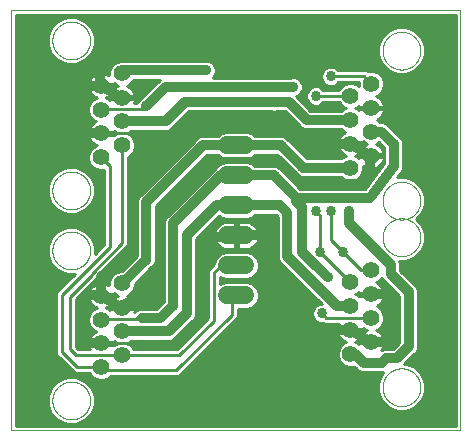
<source format=gtl>
G75*
%MOIN*%
%OFA0B0*%
%FSLAX25Y25*%
%IPPOS*%
%LPD*%
%AMOC8*
5,1,8,0,0,1.08239X$1,22.5*
%
%ADD10C,0.00000*%
%ADD11C,0.05600*%
%ADD12C,0.06000*%
%ADD13C,0.03200*%
%ADD14C,0.03365*%
%ADD15C,0.01000*%
%ADD16C,0.02000*%
D10*
X0001500Y0001500D02*
X0001500Y0141657D01*
X0151106Y0141657D01*
X0151106Y0001500D01*
X0001500Y0001500D01*
X0015201Y0011500D02*
X0015203Y0011658D01*
X0015209Y0011816D01*
X0015219Y0011974D01*
X0015233Y0012132D01*
X0015251Y0012289D01*
X0015272Y0012446D01*
X0015298Y0012602D01*
X0015328Y0012758D01*
X0015361Y0012913D01*
X0015399Y0013066D01*
X0015440Y0013219D01*
X0015485Y0013371D01*
X0015534Y0013522D01*
X0015587Y0013671D01*
X0015643Y0013819D01*
X0015703Y0013965D01*
X0015767Y0014110D01*
X0015835Y0014253D01*
X0015906Y0014395D01*
X0015980Y0014535D01*
X0016058Y0014672D01*
X0016140Y0014808D01*
X0016224Y0014942D01*
X0016313Y0015073D01*
X0016404Y0015202D01*
X0016499Y0015329D01*
X0016596Y0015454D01*
X0016697Y0015576D01*
X0016801Y0015695D01*
X0016908Y0015812D01*
X0017018Y0015926D01*
X0017131Y0016037D01*
X0017246Y0016146D01*
X0017364Y0016251D01*
X0017485Y0016353D01*
X0017608Y0016453D01*
X0017734Y0016549D01*
X0017862Y0016642D01*
X0017992Y0016732D01*
X0018125Y0016818D01*
X0018260Y0016902D01*
X0018396Y0016981D01*
X0018535Y0017058D01*
X0018676Y0017130D01*
X0018818Y0017200D01*
X0018962Y0017265D01*
X0019108Y0017327D01*
X0019255Y0017385D01*
X0019404Y0017440D01*
X0019554Y0017491D01*
X0019705Y0017538D01*
X0019857Y0017581D01*
X0020010Y0017620D01*
X0020165Y0017656D01*
X0020320Y0017687D01*
X0020476Y0017715D01*
X0020632Y0017739D01*
X0020789Y0017759D01*
X0020947Y0017775D01*
X0021104Y0017787D01*
X0021263Y0017795D01*
X0021421Y0017799D01*
X0021579Y0017799D01*
X0021737Y0017795D01*
X0021896Y0017787D01*
X0022053Y0017775D01*
X0022211Y0017759D01*
X0022368Y0017739D01*
X0022524Y0017715D01*
X0022680Y0017687D01*
X0022835Y0017656D01*
X0022990Y0017620D01*
X0023143Y0017581D01*
X0023295Y0017538D01*
X0023446Y0017491D01*
X0023596Y0017440D01*
X0023745Y0017385D01*
X0023892Y0017327D01*
X0024038Y0017265D01*
X0024182Y0017200D01*
X0024324Y0017130D01*
X0024465Y0017058D01*
X0024604Y0016981D01*
X0024740Y0016902D01*
X0024875Y0016818D01*
X0025008Y0016732D01*
X0025138Y0016642D01*
X0025266Y0016549D01*
X0025392Y0016453D01*
X0025515Y0016353D01*
X0025636Y0016251D01*
X0025754Y0016146D01*
X0025869Y0016037D01*
X0025982Y0015926D01*
X0026092Y0015812D01*
X0026199Y0015695D01*
X0026303Y0015576D01*
X0026404Y0015454D01*
X0026501Y0015329D01*
X0026596Y0015202D01*
X0026687Y0015073D01*
X0026776Y0014942D01*
X0026860Y0014808D01*
X0026942Y0014672D01*
X0027020Y0014535D01*
X0027094Y0014395D01*
X0027165Y0014253D01*
X0027233Y0014110D01*
X0027297Y0013965D01*
X0027357Y0013819D01*
X0027413Y0013671D01*
X0027466Y0013522D01*
X0027515Y0013371D01*
X0027560Y0013219D01*
X0027601Y0013066D01*
X0027639Y0012913D01*
X0027672Y0012758D01*
X0027702Y0012602D01*
X0027728Y0012446D01*
X0027749Y0012289D01*
X0027767Y0012132D01*
X0027781Y0011974D01*
X0027791Y0011816D01*
X0027797Y0011658D01*
X0027799Y0011500D01*
X0027797Y0011342D01*
X0027791Y0011184D01*
X0027781Y0011026D01*
X0027767Y0010868D01*
X0027749Y0010711D01*
X0027728Y0010554D01*
X0027702Y0010398D01*
X0027672Y0010242D01*
X0027639Y0010087D01*
X0027601Y0009934D01*
X0027560Y0009781D01*
X0027515Y0009629D01*
X0027466Y0009478D01*
X0027413Y0009329D01*
X0027357Y0009181D01*
X0027297Y0009035D01*
X0027233Y0008890D01*
X0027165Y0008747D01*
X0027094Y0008605D01*
X0027020Y0008465D01*
X0026942Y0008328D01*
X0026860Y0008192D01*
X0026776Y0008058D01*
X0026687Y0007927D01*
X0026596Y0007798D01*
X0026501Y0007671D01*
X0026404Y0007546D01*
X0026303Y0007424D01*
X0026199Y0007305D01*
X0026092Y0007188D01*
X0025982Y0007074D01*
X0025869Y0006963D01*
X0025754Y0006854D01*
X0025636Y0006749D01*
X0025515Y0006647D01*
X0025392Y0006547D01*
X0025266Y0006451D01*
X0025138Y0006358D01*
X0025008Y0006268D01*
X0024875Y0006182D01*
X0024740Y0006098D01*
X0024604Y0006019D01*
X0024465Y0005942D01*
X0024324Y0005870D01*
X0024182Y0005800D01*
X0024038Y0005735D01*
X0023892Y0005673D01*
X0023745Y0005615D01*
X0023596Y0005560D01*
X0023446Y0005509D01*
X0023295Y0005462D01*
X0023143Y0005419D01*
X0022990Y0005380D01*
X0022835Y0005344D01*
X0022680Y0005313D01*
X0022524Y0005285D01*
X0022368Y0005261D01*
X0022211Y0005241D01*
X0022053Y0005225D01*
X0021896Y0005213D01*
X0021737Y0005205D01*
X0021579Y0005201D01*
X0021421Y0005201D01*
X0021263Y0005205D01*
X0021104Y0005213D01*
X0020947Y0005225D01*
X0020789Y0005241D01*
X0020632Y0005261D01*
X0020476Y0005285D01*
X0020320Y0005313D01*
X0020165Y0005344D01*
X0020010Y0005380D01*
X0019857Y0005419D01*
X0019705Y0005462D01*
X0019554Y0005509D01*
X0019404Y0005560D01*
X0019255Y0005615D01*
X0019108Y0005673D01*
X0018962Y0005735D01*
X0018818Y0005800D01*
X0018676Y0005870D01*
X0018535Y0005942D01*
X0018396Y0006019D01*
X0018260Y0006098D01*
X0018125Y0006182D01*
X0017992Y0006268D01*
X0017862Y0006358D01*
X0017734Y0006451D01*
X0017608Y0006547D01*
X0017485Y0006647D01*
X0017364Y0006749D01*
X0017246Y0006854D01*
X0017131Y0006963D01*
X0017018Y0007074D01*
X0016908Y0007188D01*
X0016801Y0007305D01*
X0016697Y0007424D01*
X0016596Y0007546D01*
X0016499Y0007671D01*
X0016404Y0007798D01*
X0016313Y0007927D01*
X0016224Y0008058D01*
X0016140Y0008192D01*
X0016058Y0008328D01*
X0015980Y0008465D01*
X0015906Y0008605D01*
X0015835Y0008747D01*
X0015767Y0008890D01*
X0015703Y0009035D01*
X0015643Y0009181D01*
X0015587Y0009329D01*
X0015534Y0009478D01*
X0015485Y0009629D01*
X0015440Y0009781D01*
X0015399Y0009934D01*
X0015361Y0010087D01*
X0015328Y0010242D01*
X0015298Y0010398D01*
X0015272Y0010554D01*
X0015251Y0010711D01*
X0015233Y0010868D01*
X0015219Y0011026D01*
X0015209Y0011184D01*
X0015203Y0011342D01*
X0015201Y0011500D01*
X0015201Y0061500D02*
X0015203Y0061658D01*
X0015209Y0061816D01*
X0015219Y0061974D01*
X0015233Y0062132D01*
X0015251Y0062289D01*
X0015272Y0062446D01*
X0015298Y0062602D01*
X0015328Y0062758D01*
X0015361Y0062913D01*
X0015399Y0063066D01*
X0015440Y0063219D01*
X0015485Y0063371D01*
X0015534Y0063522D01*
X0015587Y0063671D01*
X0015643Y0063819D01*
X0015703Y0063965D01*
X0015767Y0064110D01*
X0015835Y0064253D01*
X0015906Y0064395D01*
X0015980Y0064535D01*
X0016058Y0064672D01*
X0016140Y0064808D01*
X0016224Y0064942D01*
X0016313Y0065073D01*
X0016404Y0065202D01*
X0016499Y0065329D01*
X0016596Y0065454D01*
X0016697Y0065576D01*
X0016801Y0065695D01*
X0016908Y0065812D01*
X0017018Y0065926D01*
X0017131Y0066037D01*
X0017246Y0066146D01*
X0017364Y0066251D01*
X0017485Y0066353D01*
X0017608Y0066453D01*
X0017734Y0066549D01*
X0017862Y0066642D01*
X0017992Y0066732D01*
X0018125Y0066818D01*
X0018260Y0066902D01*
X0018396Y0066981D01*
X0018535Y0067058D01*
X0018676Y0067130D01*
X0018818Y0067200D01*
X0018962Y0067265D01*
X0019108Y0067327D01*
X0019255Y0067385D01*
X0019404Y0067440D01*
X0019554Y0067491D01*
X0019705Y0067538D01*
X0019857Y0067581D01*
X0020010Y0067620D01*
X0020165Y0067656D01*
X0020320Y0067687D01*
X0020476Y0067715D01*
X0020632Y0067739D01*
X0020789Y0067759D01*
X0020947Y0067775D01*
X0021104Y0067787D01*
X0021263Y0067795D01*
X0021421Y0067799D01*
X0021579Y0067799D01*
X0021737Y0067795D01*
X0021896Y0067787D01*
X0022053Y0067775D01*
X0022211Y0067759D01*
X0022368Y0067739D01*
X0022524Y0067715D01*
X0022680Y0067687D01*
X0022835Y0067656D01*
X0022990Y0067620D01*
X0023143Y0067581D01*
X0023295Y0067538D01*
X0023446Y0067491D01*
X0023596Y0067440D01*
X0023745Y0067385D01*
X0023892Y0067327D01*
X0024038Y0067265D01*
X0024182Y0067200D01*
X0024324Y0067130D01*
X0024465Y0067058D01*
X0024604Y0066981D01*
X0024740Y0066902D01*
X0024875Y0066818D01*
X0025008Y0066732D01*
X0025138Y0066642D01*
X0025266Y0066549D01*
X0025392Y0066453D01*
X0025515Y0066353D01*
X0025636Y0066251D01*
X0025754Y0066146D01*
X0025869Y0066037D01*
X0025982Y0065926D01*
X0026092Y0065812D01*
X0026199Y0065695D01*
X0026303Y0065576D01*
X0026404Y0065454D01*
X0026501Y0065329D01*
X0026596Y0065202D01*
X0026687Y0065073D01*
X0026776Y0064942D01*
X0026860Y0064808D01*
X0026942Y0064672D01*
X0027020Y0064535D01*
X0027094Y0064395D01*
X0027165Y0064253D01*
X0027233Y0064110D01*
X0027297Y0063965D01*
X0027357Y0063819D01*
X0027413Y0063671D01*
X0027466Y0063522D01*
X0027515Y0063371D01*
X0027560Y0063219D01*
X0027601Y0063066D01*
X0027639Y0062913D01*
X0027672Y0062758D01*
X0027702Y0062602D01*
X0027728Y0062446D01*
X0027749Y0062289D01*
X0027767Y0062132D01*
X0027781Y0061974D01*
X0027791Y0061816D01*
X0027797Y0061658D01*
X0027799Y0061500D01*
X0027797Y0061342D01*
X0027791Y0061184D01*
X0027781Y0061026D01*
X0027767Y0060868D01*
X0027749Y0060711D01*
X0027728Y0060554D01*
X0027702Y0060398D01*
X0027672Y0060242D01*
X0027639Y0060087D01*
X0027601Y0059934D01*
X0027560Y0059781D01*
X0027515Y0059629D01*
X0027466Y0059478D01*
X0027413Y0059329D01*
X0027357Y0059181D01*
X0027297Y0059035D01*
X0027233Y0058890D01*
X0027165Y0058747D01*
X0027094Y0058605D01*
X0027020Y0058465D01*
X0026942Y0058328D01*
X0026860Y0058192D01*
X0026776Y0058058D01*
X0026687Y0057927D01*
X0026596Y0057798D01*
X0026501Y0057671D01*
X0026404Y0057546D01*
X0026303Y0057424D01*
X0026199Y0057305D01*
X0026092Y0057188D01*
X0025982Y0057074D01*
X0025869Y0056963D01*
X0025754Y0056854D01*
X0025636Y0056749D01*
X0025515Y0056647D01*
X0025392Y0056547D01*
X0025266Y0056451D01*
X0025138Y0056358D01*
X0025008Y0056268D01*
X0024875Y0056182D01*
X0024740Y0056098D01*
X0024604Y0056019D01*
X0024465Y0055942D01*
X0024324Y0055870D01*
X0024182Y0055800D01*
X0024038Y0055735D01*
X0023892Y0055673D01*
X0023745Y0055615D01*
X0023596Y0055560D01*
X0023446Y0055509D01*
X0023295Y0055462D01*
X0023143Y0055419D01*
X0022990Y0055380D01*
X0022835Y0055344D01*
X0022680Y0055313D01*
X0022524Y0055285D01*
X0022368Y0055261D01*
X0022211Y0055241D01*
X0022053Y0055225D01*
X0021896Y0055213D01*
X0021737Y0055205D01*
X0021579Y0055201D01*
X0021421Y0055201D01*
X0021263Y0055205D01*
X0021104Y0055213D01*
X0020947Y0055225D01*
X0020789Y0055241D01*
X0020632Y0055261D01*
X0020476Y0055285D01*
X0020320Y0055313D01*
X0020165Y0055344D01*
X0020010Y0055380D01*
X0019857Y0055419D01*
X0019705Y0055462D01*
X0019554Y0055509D01*
X0019404Y0055560D01*
X0019255Y0055615D01*
X0019108Y0055673D01*
X0018962Y0055735D01*
X0018818Y0055800D01*
X0018676Y0055870D01*
X0018535Y0055942D01*
X0018396Y0056019D01*
X0018260Y0056098D01*
X0018125Y0056182D01*
X0017992Y0056268D01*
X0017862Y0056358D01*
X0017734Y0056451D01*
X0017608Y0056547D01*
X0017485Y0056647D01*
X0017364Y0056749D01*
X0017246Y0056854D01*
X0017131Y0056963D01*
X0017018Y0057074D01*
X0016908Y0057188D01*
X0016801Y0057305D01*
X0016697Y0057424D01*
X0016596Y0057546D01*
X0016499Y0057671D01*
X0016404Y0057798D01*
X0016313Y0057927D01*
X0016224Y0058058D01*
X0016140Y0058192D01*
X0016058Y0058328D01*
X0015980Y0058465D01*
X0015906Y0058605D01*
X0015835Y0058747D01*
X0015767Y0058890D01*
X0015703Y0059035D01*
X0015643Y0059181D01*
X0015587Y0059329D01*
X0015534Y0059478D01*
X0015485Y0059629D01*
X0015440Y0059781D01*
X0015399Y0059934D01*
X0015361Y0060087D01*
X0015328Y0060242D01*
X0015298Y0060398D01*
X0015272Y0060554D01*
X0015251Y0060711D01*
X0015233Y0060868D01*
X0015219Y0061026D01*
X0015209Y0061184D01*
X0015203Y0061342D01*
X0015201Y0061500D01*
X0015201Y0081500D02*
X0015203Y0081658D01*
X0015209Y0081816D01*
X0015219Y0081974D01*
X0015233Y0082132D01*
X0015251Y0082289D01*
X0015272Y0082446D01*
X0015298Y0082602D01*
X0015328Y0082758D01*
X0015361Y0082913D01*
X0015399Y0083066D01*
X0015440Y0083219D01*
X0015485Y0083371D01*
X0015534Y0083522D01*
X0015587Y0083671D01*
X0015643Y0083819D01*
X0015703Y0083965D01*
X0015767Y0084110D01*
X0015835Y0084253D01*
X0015906Y0084395D01*
X0015980Y0084535D01*
X0016058Y0084672D01*
X0016140Y0084808D01*
X0016224Y0084942D01*
X0016313Y0085073D01*
X0016404Y0085202D01*
X0016499Y0085329D01*
X0016596Y0085454D01*
X0016697Y0085576D01*
X0016801Y0085695D01*
X0016908Y0085812D01*
X0017018Y0085926D01*
X0017131Y0086037D01*
X0017246Y0086146D01*
X0017364Y0086251D01*
X0017485Y0086353D01*
X0017608Y0086453D01*
X0017734Y0086549D01*
X0017862Y0086642D01*
X0017992Y0086732D01*
X0018125Y0086818D01*
X0018260Y0086902D01*
X0018396Y0086981D01*
X0018535Y0087058D01*
X0018676Y0087130D01*
X0018818Y0087200D01*
X0018962Y0087265D01*
X0019108Y0087327D01*
X0019255Y0087385D01*
X0019404Y0087440D01*
X0019554Y0087491D01*
X0019705Y0087538D01*
X0019857Y0087581D01*
X0020010Y0087620D01*
X0020165Y0087656D01*
X0020320Y0087687D01*
X0020476Y0087715D01*
X0020632Y0087739D01*
X0020789Y0087759D01*
X0020947Y0087775D01*
X0021104Y0087787D01*
X0021263Y0087795D01*
X0021421Y0087799D01*
X0021579Y0087799D01*
X0021737Y0087795D01*
X0021896Y0087787D01*
X0022053Y0087775D01*
X0022211Y0087759D01*
X0022368Y0087739D01*
X0022524Y0087715D01*
X0022680Y0087687D01*
X0022835Y0087656D01*
X0022990Y0087620D01*
X0023143Y0087581D01*
X0023295Y0087538D01*
X0023446Y0087491D01*
X0023596Y0087440D01*
X0023745Y0087385D01*
X0023892Y0087327D01*
X0024038Y0087265D01*
X0024182Y0087200D01*
X0024324Y0087130D01*
X0024465Y0087058D01*
X0024604Y0086981D01*
X0024740Y0086902D01*
X0024875Y0086818D01*
X0025008Y0086732D01*
X0025138Y0086642D01*
X0025266Y0086549D01*
X0025392Y0086453D01*
X0025515Y0086353D01*
X0025636Y0086251D01*
X0025754Y0086146D01*
X0025869Y0086037D01*
X0025982Y0085926D01*
X0026092Y0085812D01*
X0026199Y0085695D01*
X0026303Y0085576D01*
X0026404Y0085454D01*
X0026501Y0085329D01*
X0026596Y0085202D01*
X0026687Y0085073D01*
X0026776Y0084942D01*
X0026860Y0084808D01*
X0026942Y0084672D01*
X0027020Y0084535D01*
X0027094Y0084395D01*
X0027165Y0084253D01*
X0027233Y0084110D01*
X0027297Y0083965D01*
X0027357Y0083819D01*
X0027413Y0083671D01*
X0027466Y0083522D01*
X0027515Y0083371D01*
X0027560Y0083219D01*
X0027601Y0083066D01*
X0027639Y0082913D01*
X0027672Y0082758D01*
X0027702Y0082602D01*
X0027728Y0082446D01*
X0027749Y0082289D01*
X0027767Y0082132D01*
X0027781Y0081974D01*
X0027791Y0081816D01*
X0027797Y0081658D01*
X0027799Y0081500D01*
X0027797Y0081342D01*
X0027791Y0081184D01*
X0027781Y0081026D01*
X0027767Y0080868D01*
X0027749Y0080711D01*
X0027728Y0080554D01*
X0027702Y0080398D01*
X0027672Y0080242D01*
X0027639Y0080087D01*
X0027601Y0079934D01*
X0027560Y0079781D01*
X0027515Y0079629D01*
X0027466Y0079478D01*
X0027413Y0079329D01*
X0027357Y0079181D01*
X0027297Y0079035D01*
X0027233Y0078890D01*
X0027165Y0078747D01*
X0027094Y0078605D01*
X0027020Y0078465D01*
X0026942Y0078328D01*
X0026860Y0078192D01*
X0026776Y0078058D01*
X0026687Y0077927D01*
X0026596Y0077798D01*
X0026501Y0077671D01*
X0026404Y0077546D01*
X0026303Y0077424D01*
X0026199Y0077305D01*
X0026092Y0077188D01*
X0025982Y0077074D01*
X0025869Y0076963D01*
X0025754Y0076854D01*
X0025636Y0076749D01*
X0025515Y0076647D01*
X0025392Y0076547D01*
X0025266Y0076451D01*
X0025138Y0076358D01*
X0025008Y0076268D01*
X0024875Y0076182D01*
X0024740Y0076098D01*
X0024604Y0076019D01*
X0024465Y0075942D01*
X0024324Y0075870D01*
X0024182Y0075800D01*
X0024038Y0075735D01*
X0023892Y0075673D01*
X0023745Y0075615D01*
X0023596Y0075560D01*
X0023446Y0075509D01*
X0023295Y0075462D01*
X0023143Y0075419D01*
X0022990Y0075380D01*
X0022835Y0075344D01*
X0022680Y0075313D01*
X0022524Y0075285D01*
X0022368Y0075261D01*
X0022211Y0075241D01*
X0022053Y0075225D01*
X0021896Y0075213D01*
X0021737Y0075205D01*
X0021579Y0075201D01*
X0021421Y0075201D01*
X0021263Y0075205D01*
X0021104Y0075213D01*
X0020947Y0075225D01*
X0020789Y0075241D01*
X0020632Y0075261D01*
X0020476Y0075285D01*
X0020320Y0075313D01*
X0020165Y0075344D01*
X0020010Y0075380D01*
X0019857Y0075419D01*
X0019705Y0075462D01*
X0019554Y0075509D01*
X0019404Y0075560D01*
X0019255Y0075615D01*
X0019108Y0075673D01*
X0018962Y0075735D01*
X0018818Y0075800D01*
X0018676Y0075870D01*
X0018535Y0075942D01*
X0018396Y0076019D01*
X0018260Y0076098D01*
X0018125Y0076182D01*
X0017992Y0076268D01*
X0017862Y0076358D01*
X0017734Y0076451D01*
X0017608Y0076547D01*
X0017485Y0076647D01*
X0017364Y0076749D01*
X0017246Y0076854D01*
X0017131Y0076963D01*
X0017018Y0077074D01*
X0016908Y0077188D01*
X0016801Y0077305D01*
X0016697Y0077424D01*
X0016596Y0077546D01*
X0016499Y0077671D01*
X0016404Y0077798D01*
X0016313Y0077927D01*
X0016224Y0078058D01*
X0016140Y0078192D01*
X0016058Y0078328D01*
X0015980Y0078465D01*
X0015906Y0078605D01*
X0015835Y0078747D01*
X0015767Y0078890D01*
X0015703Y0079035D01*
X0015643Y0079181D01*
X0015587Y0079329D01*
X0015534Y0079478D01*
X0015485Y0079629D01*
X0015440Y0079781D01*
X0015399Y0079934D01*
X0015361Y0080087D01*
X0015328Y0080242D01*
X0015298Y0080398D01*
X0015272Y0080554D01*
X0015251Y0080711D01*
X0015233Y0080868D01*
X0015219Y0081026D01*
X0015209Y0081184D01*
X0015203Y0081342D01*
X0015201Y0081500D01*
X0015201Y0131500D02*
X0015203Y0131658D01*
X0015209Y0131816D01*
X0015219Y0131974D01*
X0015233Y0132132D01*
X0015251Y0132289D01*
X0015272Y0132446D01*
X0015298Y0132602D01*
X0015328Y0132758D01*
X0015361Y0132913D01*
X0015399Y0133066D01*
X0015440Y0133219D01*
X0015485Y0133371D01*
X0015534Y0133522D01*
X0015587Y0133671D01*
X0015643Y0133819D01*
X0015703Y0133965D01*
X0015767Y0134110D01*
X0015835Y0134253D01*
X0015906Y0134395D01*
X0015980Y0134535D01*
X0016058Y0134672D01*
X0016140Y0134808D01*
X0016224Y0134942D01*
X0016313Y0135073D01*
X0016404Y0135202D01*
X0016499Y0135329D01*
X0016596Y0135454D01*
X0016697Y0135576D01*
X0016801Y0135695D01*
X0016908Y0135812D01*
X0017018Y0135926D01*
X0017131Y0136037D01*
X0017246Y0136146D01*
X0017364Y0136251D01*
X0017485Y0136353D01*
X0017608Y0136453D01*
X0017734Y0136549D01*
X0017862Y0136642D01*
X0017992Y0136732D01*
X0018125Y0136818D01*
X0018260Y0136902D01*
X0018396Y0136981D01*
X0018535Y0137058D01*
X0018676Y0137130D01*
X0018818Y0137200D01*
X0018962Y0137265D01*
X0019108Y0137327D01*
X0019255Y0137385D01*
X0019404Y0137440D01*
X0019554Y0137491D01*
X0019705Y0137538D01*
X0019857Y0137581D01*
X0020010Y0137620D01*
X0020165Y0137656D01*
X0020320Y0137687D01*
X0020476Y0137715D01*
X0020632Y0137739D01*
X0020789Y0137759D01*
X0020947Y0137775D01*
X0021104Y0137787D01*
X0021263Y0137795D01*
X0021421Y0137799D01*
X0021579Y0137799D01*
X0021737Y0137795D01*
X0021896Y0137787D01*
X0022053Y0137775D01*
X0022211Y0137759D01*
X0022368Y0137739D01*
X0022524Y0137715D01*
X0022680Y0137687D01*
X0022835Y0137656D01*
X0022990Y0137620D01*
X0023143Y0137581D01*
X0023295Y0137538D01*
X0023446Y0137491D01*
X0023596Y0137440D01*
X0023745Y0137385D01*
X0023892Y0137327D01*
X0024038Y0137265D01*
X0024182Y0137200D01*
X0024324Y0137130D01*
X0024465Y0137058D01*
X0024604Y0136981D01*
X0024740Y0136902D01*
X0024875Y0136818D01*
X0025008Y0136732D01*
X0025138Y0136642D01*
X0025266Y0136549D01*
X0025392Y0136453D01*
X0025515Y0136353D01*
X0025636Y0136251D01*
X0025754Y0136146D01*
X0025869Y0136037D01*
X0025982Y0135926D01*
X0026092Y0135812D01*
X0026199Y0135695D01*
X0026303Y0135576D01*
X0026404Y0135454D01*
X0026501Y0135329D01*
X0026596Y0135202D01*
X0026687Y0135073D01*
X0026776Y0134942D01*
X0026860Y0134808D01*
X0026942Y0134672D01*
X0027020Y0134535D01*
X0027094Y0134395D01*
X0027165Y0134253D01*
X0027233Y0134110D01*
X0027297Y0133965D01*
X0027357Y0133819D01*
X0027413Y0133671D01*
X0027466Y0133522D01*
X0027515Y0133371D01*
X0027560Y0133219D01*
X0027601Y0133066D01*
X0027639Y0132913D01*
X0027672Y0132758D01*
X0027702Y0132602D01*
X0027728Y0132446D01*
X0027749Y0132289D01*
X0027767Y0132132D01*
X0027781Y0131974D01*
X0027791Y0131816D01*
X0027797Y0131658D01*
X0027799Y0131500D01*
X0027797Y0131342D01*
X0027791Y0131184D01*
X0027781Y0131026D01*
X0027767Y0130868D01*
X0027749Y0130711D01*
X0027728Y0130554D01*
X0027702Y0130398D01*
X0027672Y0130242D01*
X0027639Y0130087D01*
X0027601Y0129934D01*
X0027560Y0129781D01*
X0027515Y0129629D01*
X0027466Y0129478D01*
X0027413Y0129329D01*
X0027357Y0129181D01*
X0027297Y0129035D01*
X0027233Y0128890D01*
X0027165Y0128747D01*
X0027094Y0128605D01*
X0027020Y0128465D01*
X0026942Y0128328D01*
X0026860Y0128192D01*
X0026776Y0128058D01*
X0026687Y0127927D01*
X0026596Y0127798D01*
X0026501Y0127671D01*
X0026404Y0127546D01*
X0026303Y0127424D01*
X0026199Y0127305D01*
X0026092Y0127188D01*
X0025982Y0127074D01*
X0025869Y0126963D01*
X0025754Y0126854D01*
X0025636Y0126749D01*
X0025515Y0126647D01*
X0025392Y0126547D01*
X0025266Y0126451D01*
X0025138Y0126358D01*
X0025008Y0126268D01*
X0024875Y0126182D01*
X0024740Y0126098D01*
X0024604Y0126019D01*
X0024465Y0125942D01*
X0024324Y0125870D01*
X0024182Y0125800D01*
X0024038Y0125735D01*
X0023892Y0125673D01*
X0023745Y0125615D01*
X0023596Y0125560D01*
X0023446Y0125509D01*
X0023295Y0125462D01*
X0023143Y0125419D01*
X0022990Y0125380D01*
X0022835Y0125344D01*
X0022680Y0125313D01*
X0022524Y0125285D01*
X0022368Y0125261D01*
X0022211Y0125241D01*
X0022053Y0125225D01*
X0021896Y0125213D01*
X0021737Y0125205D01*
X0021579Y0125201D01*
X0021421Y0125201D01*
X0021263Y0125205D01*
X0021104Y0125213D01*
X0020947Y0125225D01*
X0020789Y0125241D01*
X0020632Y0125261D01*
X0020476Y0125285D01*
X0020320Y0125313D01*
X0020165Y0125344D01*
X0020010Y0125380D01*
X0019857Y0125419D01*
X0019705Y0125462D01*
X0019554Y0125509D01*
X0019404Y0125560D01*
X0019255Y0125615D01*
X0019108Y0125673D01*
X0018962Y0125735D01*
X0018818Y0125800D01*
X0018676Y0125870D01*
X0018535Y0125942D01*
X0018396Y0126019D01*
X0018260Y0126098D01*
X0018125Y0126182D01*
X0017992Y0126268D01*
X0017862Y0126358D01*
X0017734Y0126451D01*
X0017608Y0126547D01*
X0017485Y0126647D01*
X0017364Y0126749D01*
X0017246Y0126854D01*
X0017131Y0126963D01*
X0017018Y0127074D01*
X0016908Y0127188D01*
X0016801Y0127305D01*
X0016697Y0127424D01*
X0016596Y0127546D01*
X0016499Y0127671D01*
X0016404Y0127798D01*
X0016313Y0127927D01*
X0016224Y0128058D01*
X0016140Y0128192D01*
X0016058Y0128328D01*
X0015980Y0128465D01*
X0015906Y0128605D01*
X0015835Y0128747D01*
X0015767Y0128890D01*
X0015703Y0129035D01*
X0015643Y0129181D01*
X0015587Y0129329D01*
X0015534Y0129478D01*
X0015485Y0129629D01*
X0015440Y0129781D01*
X0015399Y0129934D01*
X0015361Y0130087D01*
X0015328Y0130242D01*
X0015298Y0130398D01*
X0015272Y0130554D01*
X0015251Y0130711D01*
X0015233Y0130868D01*
X0015219Y0131026D01*
X0015209Y0131184D01*
X0015203Y0131342D01*
X0015201Y0131500D01*
X0125280Y0128106D02*
X0125282Y0128264D01*
X0125288Y0128422D01*
X0125298Y0128580D01*
X0125312Y0128738D01*
X0125330Y0128895D01*
X0125351Y0129052D01*
X0125377Y0129208D01*
X0125407Y0129364D01*
X0125440Y0129519D01*
X0125478Y0129672D01*
X0125519Y0129825D01*
X0125564Y0129977D01*
X0125613Y0130128D01*
X0125666Y0130277D01*
X0125722Y0130425D01*
X0125782Y0130571D01*
X0125846Y0130716D01*
X0125914Y0130859D01*
X0125985Y0131001D01*
X0126059Y0131141D01*
X0126137Y0131278D01*
X0126219Y0131414D01*
X0126303Y0131548D01*
X0126392Y0131679D01*
X0126483Y0131808D01*
X0126578Y0131935D01*
X0126675Y0132060D01*
X0126776Y0132182D01*
X0126880Y0132301D01*
X0126987Y0132418D01*
X0127097Y0132532D01*
X0127210Y0132643D01*
X0127325Y0132752D01*
X0127443Y0132857D01*
X0127564Y0132959D01*
X0127687Y0133059D01*
X0127813Y0133155D01*
X0127941Y0133248D01*
X0128071Y0133338D01*
X0128204Y0133424D01*
X0128339Y0133508D01*
X0128475Y0133587D01*
X0128614Y0133664D01*
X0128755Y0133736D01*
X0128897Y0133806D01*
X0129041Y0133871D01*
X0129187Y0133933D01*
X0129334Y0133991D01*
X0129483Y0134046D01*
X0129633Y0134097D01*
X0129784Y0134144D01*
X0129936Y0134187D01*
X0130089Y0134226D01*
X0130244Y0134262D01*
X0130399Y0134293D01*
X0130555Y0134321D01*
X0130711Y0134345D01*
X0130868Y0134365D01*
X0131026Y0134381D01*
X0131183Y0134393D01*
X0131342Y0134401D01*
X0131500Y0134405D01*
X0131658Y0134405D01*
X0131816Y0134401D01*
X0131975Y0134393D01*
X0132132Y0134381D01*
X0132290Y0134365D01*
X0132447Y0134345D01*
X0132603Y0134321D01*
X0132759Y0134293D01*
X0132914Y0134262D01*
X0133069Y0134226D01*
X0133222Y0134187D01*
X0133374Y0134144D01*
X0133525Y0134097D01*
X0133675Y0134046D01*
X0133824Y0133991D01*
X0133971Y0133933D01*
X0134117Y0133871D01*
X0134261Y0133806D01*
X0134403Y0133736D01*
X0134544Y0133664D01*
X0134683Y0133587D01*
X0134819Y0133508D01*
X0134954Y0133424D01*
X0135087Y0133338D01*
X0135217Y0133248D01*
X0135345Y0133155D01*
X0135471Y0133059D01*
X0135594Y0132959D01*
X0135715Y0132857D01*
X0135833Y0132752D01*
X0135948Y0132643D01*
X0136061Y0132532D01*
X0136171Y0132418D01*
X0136278Y0132301D01*
X0136382Y0132182D01*
X0136483Y0132060D01*
X0136580Y0131935D01*
X0136675Y0131808D01*
X0136766Y0131679D01*
X0136855Y0131548D01*
X0136939Y0131414D01*
X0137021Y0131278D01*
X0137099Y0131141D01*
X0137173Y0131001D01*
X0137244Y0130859D01*
X0137312Y0130716D01*
X0137376Y0130571D01*
X0137436Y0130425D01*
X0137492Y0130277D01*
X0137545Y0130128D01*
X0137594Y0129977D01*
X0137639Y0129825D01*
X0137680Y0129672D01*
X0137718Y0129519D01*
X0137751Y0129364D01*
X0137781Y0129208D01*
X0137807Y0129052D01*
X0137828Y0128895D01*
X0137846Y0128738D01*
X0137860Y0128580D01*
X0137870Y0128422D01*
X0137876Y0128264D01*
X0137878Y0128106D01*
X0137876Y0127948D01*
X0137870Y0127790D01*
X0137860Y0127632D01*
X0137846Y0127474D01*
X0137828Y0127317D01*
X0137807Y0127160D01*
X0137781Y0127004D01*
X0137751Y0126848D01*
X0137718Y0126693D01*
X0137680Y0126540D01*
X0137639Y0126387D01*
X0137594Y0126235D01*
X0137545Y0126084D01*
X0137492Y0125935D01*
X0137436Y0125787D01*
X0137376Y0125641D01*
X0137312Y0125496D01*
X0137244Y0125353D01*
X0137173Y0125211D01*
X0137099Y0125071D01*
X0137021Y0124934D01*
X0136939Y0124798D01*
X0136855Y0124664D01*
X0136766Y0124533D01*
X0136675Y0124404D01*
X0136580Y0124277D01*
X0136483Y0124152D01*
X0136382Y0124030D01*
X0136278Y0123911D01*
X0136171Y0123794D01*
X0136061Y0123680D01*
X0135948Y0123569D01*
X0135833Y0123460D01*
X0135715Y0123355D01*
X0135594Y0123253D01*
X0135471Y0123153D01*
X0135345Y0123057D01*
X0135217Y0122964D01*
X0135087Y0122874D01*
X0134954Y0122788D01*
X0134819Y0122704D01*
X0134683Y0122625D01*
X0134544Y0122548D01*
X0134403Y0122476D01*
X0134261Y0122406D01*
X0134117Y0122341D01*
X0133971Y0122279D01*
X0133824Y0122221D01*
X0133675Y0122166D01*
X0133525Y0122115D01*
X0133374Y0122068D01*
X0133222Y0122025D01*
X0133069Y0121986D01*
X0132914Y0121950D01*
X0132759Y0121919D01*
X0132603Y0121891D01*
X0132447Y0121867D01*
X0132290Y0121847D01*
X0132132Y0121831D01*
X0131975Y0121819D01*
X0131816Y0121811D01*
X0131658Y0121807D01*
X0131500Y0121807D01*
X0131342Y0121811D01*
X0131183Y0121819D01*
X0131026Y0121831D01*
X0130868Y0121847D01*
X0130711Y0121867D01*
X0130555Y0121891D01*
X0130399Y0121919D01*
X0130244Y0121950D01*
X0130089Y0121986D01*
X0129936Y0122025D01*
X0129784Y0122068D01*
X0129633Y0122115D01*
X0129483Y0122166D01*
X0129334Y0122221D01*
X0129187Y0122279D01*
X0129041Y0122341D01*
X0128897Y0122406D01*
X0128755Y0122476D01*
X0128614Y0122548D01*
X0128475Y0122625D01*
X0128339Y0122704D01*
X0128204Y0122788D01*
X0128071Y0122874D01*
X0127941Y0122964D01*
X0127813Y0123057D01*
X0127687Y0123153D01*
X0127564Y0123253D01*
X0127443Y0123355D01*
X0127325Y0123460D01*
X0127210Y0123569D01*
X0127097Y0123680D01*
X0126987Y0123794D01*
X0126880Y0123911D01*
X0126776Y0124030D01*
X0126675Y0124152D01*
X0126578Y0124277D01*
X0126483Y0124404D01*
X0126392Y0124533D01*
X0126303Y0124664D01*
X0126219Y0124798D01*
X0126137Y0124934D01*
X0126059Y0125071D01*
X0125985Y0125211D01*
X0125914Y0125353D01*
X0125846Y0125496D01*
X0125782Y0125641D01*
X0125722Y0125787D01*
X0125666Y0125935D01*
X0125613Y0126084D01*
X0125564Y0126235D01*
X0125519Y0126387D01*
X0125478Y0126540D01*
X0125440Y0126693D01*
X0125407Y0126848D01*
X0125377Y0127004D01*
X0125351Y0127160D01*
X0125330Y0127317D01*
X0125312Y0127474D01*
X0125298Y0127632D01*
X0125288Y0127790D01*
X0125282Y0127948D01*
X0125280Y0128106D01*
X0125280Y0078106D02*
X0125282Y0078264D01*
X0125288Y0078422D01*
X0125298Y0078580D01*
X0125312Y0078738D01*
X0125330Y0078895D01*
X0125351Y0079052D01*
X0125377Y0079208D01*
X0125407Y0079364D01*
X0125440Y0079519D01*
X0125478Y0079672D01*
X0125519Y0079825D01*
X0125564Y0079977D01*
X0125613Y0080128D01*
X0125666Y0080277D01*
X0125722Y0080425D01*
X0125782Y0080571D01*
X0125846Y0080716D01*
X0125914Y0080859D01*
X0125985Y0081001D01*
X0126059Y0081141D01*
X0126137Y0081278D01*
X0126219Y0081414D01*
X0126303Y0081548D01*
X0126392Y0081679D01*
X0126483Y0081808D01*
X0126578Y0081935D01*
X0126675Y0082060D01*
X0126776Y0082182D01*
X0126880Y0082301D01*
X0126987Y0082418D01*
X0127097Y0082532D01*
X0127210Y0082643D01*
X0127325Y0082752D01*
X0127443Y0082857D01*
X0127564Y0082959D01*
X0127687Y0083059D01*
X0127813Y0083155D01*
X0127941Y0083248D01*
X0128071Y0083338D01*
X0128204Y0083424D01*
X0128339Y0083508D01*
X0128475Y0083587D01*
X0128614Y0083664D01*
X0128755Y0083736D01*
X0128897Y0083806D01*
X0129041Y0083871D01*
X0129187Y0083933D01*
X0129334Y0083991D01*
X0129483Y0084046D01*
X0129633Y0084097D01*
X0129784Y0084144D01*
X0129936Y0084187D01*
X0130089Y0084226D01*
X0130244Y0084262D01*
X0130399Y0084293D01*
X0130555Y0084321D01*
X0130711Y0084345D01*
X0130868Y0084365D01*
X0131026Y0084381D01*
X0131183Y0084393D01*
X0131342Y0084401D01*
X0131500Y0084405D01*
X0131658Y0084405D01*
X0131816Y0084401D01*
X0131975Y0084393D01*
X0132132Y0084381D01*
X0132290Y0084365D01*
X0132447Y0084345D01*
X0132603Y0084321D01*
X0132759Y0084293D01*
X0132914Y0084262D01*
X0133069Y0084226D01*
X0133222Y0084187D01*
X0133374Y0084144D01*
X0133525Y0084097D01*
X0133675Y0084046D01*
X0133824Y0083991D01*
X0133971Y0083933D01*
X0134117Y0083871D01*
X0134261Y0083806D01*
X0134403Y0083736D01*
X0134544Y0083664D01*
X0134683Y0083587D01*
X0134819Y0083508D01*
X0134954Y0083424D01*
X0135087Y0083338D01*
X0135217Y0083248D01*
X0135345Y0083155D01*
X0135471Y0083059D01*
X0135594Y0082959D01*
X0135715Y0082857D01*
X0135833Y0082752D01*
X0135948Y0082643D01*
X0136061Y0082532D01*
X0136171Y0082418D01*
X0136278Y0082301D01*
X0136382Y0082182D01*
X0136483Y0082060D01*
X0136580Y0081935D01*
X0136675Y0081808D01*
X0136766Y0081679D01*
X0136855Y0081548D01*
X0136939Y0081414D01*
X0137021Y0081278D01*
X0137099Y0081141D01*
X0137173Y0081001D01*
X0137244Y0080859D01*
X0137312Y0080716D01*
X0137376Y0080571D01*
X0137436Y0080425D01*
X0137492Y0080277D01*
X0137545Y0080128D01*
X0137594Y0079977D01*
X0137639Y0079825D01*
X0137680Y0079672D01*
X0137718Y0079519D01*
X0137751Y0079364D01*
X0137781Y0079208D01*
X0137807Y0079052D01*
X0137828Y0078895D01*
X0137846Y0078738D01*
X0137860Y0078580D01*
X0137870Y0078422D01*
X0137876Y0078264D01*
X0137878Y0078106D01*
X0137876Y0077948D01*
X0137870Y0077790D01*
X0137860Y0077632D01*
X0137846Y0077474D01*
X0137828Y0077317D01*
X0137807Y0077160D01*
X0137781Y0077004D01*
X0137751Y0076848D01*
X0137718Y0076693D01*
X0137680Y0076540D01*
X0137639Y0076387D01*
X0137594Y0076235D01*
X0137545Y0076084D01*
X0137492Y0075935D01*
X0137436Y0075787D01*
X0137376Y0075641D01*
X0137312Y0075496D01*
X0137244Y0075353D01*
X0137173Y0075211D01*
X0137099Y0075071D01*
X0137021Y0074934D01*
X0136939Y0074798D01*
X0136855Y0074664D01*
X0136766Y0074533D01*
X0136675Y0074404D01*
X0136580Y0074277D01*
X0136483Y0074152D01*
X0136382Y0074030D01*
X0136278Y0073911D01*
X0136171Y0073794D01*
X0136061Y0073680D01*
X0135948Y0073569D01*
X0135833Y0073460D01*
X0135715Y0073355D01*
X0135594Y0073253D01*
X0135471Y0073153D01*
X0135345Y0073057D01*
X0135217Y0072964D01*
X0135087Y0072874D01*
X0134954Y0072788D01*
X0134819Y0072704D01*
X0134683Y0072625D01*
X0134544Y0072548D01*
X0134403Y0072476D01*
X0134261Y0072406D01*
X0134117Y0072341D01*
X0133971Y0072279D01*
X0133824Y0072221D01*
X0133675Y0072166D01*
X0133525Y0072115D01*
X0133374Y0072068D01*
X0133222Y0072025D01*
X0133069Y0071986D01*
X0132914Y0071950D01*
X0132759Y0071919D01*
X0132603Y0071891D01*
X0132447Y0071867D01*
X0132290Y0071847D01*
X0132132Y0071831D01*
X0131975Y0071819D01*
X0131816Y0071811D01*
X0131658Y0071807D01*
X0131500Y0071807D01*
X0131342Y0071811D01*
X0131183Y0071819D01*
X0131026Y0071831D01*
X0130868Y0071847D01*
X0130711Y0071867D01*
X0130555Y0071891D01*
X0130399Y0071919D01*
X0130244Y0071950D01*
X0130089Y0071986D01*
X0129936Y0072025D01*
X0129784Y0072068D01*
X0129633Y0072115D01*
X0129483Y0072166D01*
X0129334Y0072221D01*
X0129187Y0072279D01*
X0129041Y0072341D01*
X0128897Y0072406D01*
X0128755Y0072476D01*
X0128614Y0072548D01*
X0128475Y0072625D01*
X0128339Y0072704D01*
X0128204Y0072788D01*
X0128071Y0072874D01*
X0127941Y0072964D01*
X0127813Y0073057D01*
X0127687Y0073153D01*
X0127564Y0073253D01*
X0127443Y0073355D01*
X0127325Y0073460D01*
X0127210Y0073569D01*
X0127097Y0073680D01*
X0126987Y0073794D01*
X0126880Y0073911D01*
X0126776Y0074030D01*
X0126675Y0074152D01*
X0126578Y0074277D01*
X0126483Y0074404D01*
X0126392Y0074533D01*
X0126303Y0074664D01*
X0126219Y0074798D01*
X0126137Y0074934D01*
X0126059Y0075071D01*
X0125985Y0075211D01*
X0125914Y0075353D01*
X0125846Y0075496D01*
X0125782Y0075641D01*
X0125722Y0075787D01*
X0125666Y0075935D01*
X0125613Y0076084D01*
X0125564Y0076235D01*
X0125519Y0076387D01*
X0125478Y0076540D01*
X0125440Y0076693D01*
X0125407Y0076848D01*
X0125377Y0077004D01*
X0125351Y0077160D01*
X0125330Y0077317D01*
X0125312Y0077474D01*
X0125298Y0077632D01*
X0125288Y0077790D01*
X0125282Y0077948D01*
X0125280Y0078106D01*
X0125280Y0065902D02*
X0125282Y0066060D01*
X0125288Y0066218D01*
X0125298Y0066376D01*
X0125312Y0066534D01*
X0125330Y0066691D01*
X0125351Y0066848D01*
X0125377Y0067004D01*
X0125407Y0067160D01*
X0125440Y0067315D01*
X0125478Y0067468D01*
X0125519Y0067621D01*
X0125564Y0067773D01*
X0125613Y0067924D01*
X0125666Y0068073D01*
X0125722Y0068221D01*
X0125782Y0068367D01*
X0125846Y0068512D01*
X0125914Y0068655D01*
X0125985Y0068797D01*
X0126059Y0068937D01*
X0126137Y0069074D01*
X0126219Y0069210D01*
X0126303Y0069344D01*
X0126392Y0069475D01*
X0126483Y0069604D01*
X0126578Y0069731D01*
X0126675Y0069856D01*
X0126776Y0069978D01*
X0126880Y0070097D01*
X0126987Y0070214D01*
X0127097Y0070328D01*
X0127210Y0070439D01*
X0127325Y0070548D01*
X0127443Y0070653D01*
X0127564Y0070755D01*
X0127687Y0070855D01*
X0127813Y0070951D01*
X0127941Y0071044D01*
X0128071Y0071134D01*
X0128204Y0071220D01*
X0128339Y0071304D01*
X0128475Y0071383D01*
X0128614Y0071460D01*
X0128755Y0071532D01*
X0128897Y0071602D01*
X0129041Y0071667D01*
X0129187Y0071729D01*
X0129334Y0071787D01*
X0129483Y0071842D01*
X0129633Y0071893D01*
X0129784Y0071940D01*
X0129936Y0071983D01*
X0130089Y0072022D01*
X0130244Y0072058D01*
X0130399Y0072089D01*
X0130555Y0072117D01*
X0130711Y0072141D01*
X0130868Y0072161D01*
X0131026Y0072177D01*
X0131183Y0072189D01*
X0131342Y0072197D01*
X0131500Y0072201D01*
X0131658Y0072201D01*
X0131816Y0072197D01*
X0131975Y0072189D01*
X0132132Y0072177D01*
X0132290Y0072161D01*
X0132447Y0072141D01*
X0132603Y0072117D01*
X0132759Y0072089D01*
X0132914Y0072058D01*
X0133069Y0072022D01*
X0133222Y0071983D01*
X0133374Y0071940D01*
X0133525Y0071893D01*
X0133675Y0071842D01*
X0133824Y0071787D01*
X0133971Y0071729D01*
X0134117Y0071667D01*
X0134261Y0071602D01*
X0134403Y0071532D01*
X0134544Y0071460D01*
X0134683Y0071383D01*
X0134819Y0071304D01*
X0134954Y0071220D01*
X0135087Y0071134D01*
X0135217Y0071044D01*
X0135345Y0070951D01*
X0135471Y0070855D01*
X0135594Y0070755D01*
X0135715Y0070653D01*
X0135833Y0070548D01*
X0135948Y0070439D01*
X0136061Y0070328D01*
X0136171Y0070214D01*
X0136278Y0070097D01*
X0136382Y0069978D01*
X0136483Y0069856D01*
X0136580Y0069731D01*
X0136675Y0069604D01*
X0136766Y0069475D01*
X0136855Y0069344D01*
X0136939Y0069210D01*
X0137021Y0069074D01*
X0137099Y0068937D01*
X0137173Y0068797D01*
X0137244Y0068655D01*
X0137312Y0068512D01*
X0137376Y0068367D01*
X0137436Y0068221D01*
X0137492Y0068073D01*
X0137545Y0067924D01*
X0137594Y0067773D01*
X0137639Y0067621D01*
X0137680Y0067468D01*
X0137718Y0067315D01*
X0137751Y0067160D01*
X0137781Y0067004D01*
X0137807Y0066848D01*
X0137828Y0066691D01*
X0137846Y0066534D01*
X0137860Y0066376D01*
X0137870Y0066218D01*
X0137876Y0066060D01*
X0137878Y0065902D01*
X0137876Y0065744D01*
X0137870Y0065586D01*
X0137860Y0065428D01*
X0137846Y0065270D01*
X0137828Y0065113D01*
X0137807Y0064956D01*
X0137781Y0064800D01*
X0137751Y0064644D01*
X0137718Y0064489D01*
X0137680Y0064336D01*
X0137639Y0064183D01*
X0137594Y0064031D01*
X0137545Y0063880D01*
X0137492Y0063731D01*
X0137436Y0063583D01*
X0137376Y0063437D01*
X0137312Y0063292D01*
X0137244Y0063149D01*
X0137173Y0063007D01*
X0137099Y0062867D01*
X0137021Y0062730D01*
X0136939Y0062594D01*
X0136855Y0062460D01*
X0136766Y0062329D01*
X0136675Y0062200D01*
X0136580Y0062073D01*
X0136483Y0061948D01*
X0136382Y0061826D01*
X0136278Y0061707D01*
X0136171Y0061590D01*
X0136061Y0061476D01*
X0135948Y0061365D01*
X0135833Y0061256D01*
X0135715Y0061151D01*
X0135594Y0061049D01*
X0135471Y0060949D01*
X0135345Y0060853D01*
X0135217Y0060760D01*
X0135087Y0060670D01*
X0134954Y0060584D01*
X0134819Y0060500D01*
X0134683Y0060421D01*
X0134544Y0060344D01*
X0134403Y0060272D01*
X0134261Y0060202D01*
X0134117Y0060137D01*
X0133971Y0060075D01*
X0133824Y0060017D01*
X0133675Y0059962D01*
X0133525Y0059911D01*
X0133374Y0059864D01*
X0133222Y0059821D01*
X0133069Y0059782D01*
X0132914Y0059746D01*
X0132759Y0059715D01*
X0132603Y0059687D01*
X0132447Y0059663D01*
X0132290Y0059643D01*
X0132132Y0059627D01*
X0131975Y0059615D01*
X0131816Y0059607D01*
X0131658Y0059603D01*
X0131500Y0059603D01*
X0131342Y0059607D01*
X0131183Y0059615D01*
X0131026Y0059627D01*
X0130868Y0059643D01*
X0130711Y0059663D01*
X0130555Y0059687D01*
X0130399Y0059715D01*
X0130244Y0059746D01*
X0130089Y0059782D01*
X0129936Y0059821D01*
X0129784Y0059864D01*
X0129633Y0059911D01*
X0129483Y0059962D01*
X0129334Y0060017D01*
X0129187Y0060075D01*
X0129041Y0060137D01*
X0128897Y0060202D01*
X0128755Y0060272D01*
X0128614Y0060344D01*
X0128475Y0060421D01*
X0128339Y0060500D01*
X0128204Y0060584D01*
X0128071Y0060670D01*
X0127941Y0060760D01*
X0127813Y0060853D01*
X0127687Y0060949D01*
X0127564Y0061049D01*
X0127443Y0061151D01*
X0127325Y0061256D01*
X0127210Y0061365D01*
X0127097Y0061476D01*
X0126987Y0061590D01*
X0126880Y0061707D01*
X0126776Y0061826D01*
X0126675Y0061948D01*
X0126578Y0062073D01*
X0126483Y0062200D01*
X0126392Y0062329D01*
X0126303Y0062460D01*
X0126219Y0062594D01*
X0126137Y0062730D01*
X0126059Y0062867D01*
X0125985Y0063007D01*
X0125914Y0063149D01*
X0125846Y0063292D01*
X0125782Y0063437D01*
X0125722Y0063583D01*
X0125666Y0063731D01*
X0125613Y0063880D01*
X0125564Y0064031D01*
X0125519Y0064183D01*
X0125478Y0064336D01*
X0125440Y0064489D01*
X0125407Y0064644D01*
X0125377Y0064800D01*
X0125351Y0064956D01*
X0125330Y0065113D01*
X0125312Y0065270D01*
X0125298Y0065428D01*
X0125288Y0065586D01*
X0125282Y0065744D01*
X0125280Y0065902D01*
X0125280Y0015902D02*
X0125282Y0016060D01*
X0125288Y0016218D01*
X0125298Y0016376D01*
X0125312Y0016534D01*
X0125330Y0016691D01*
X0125351Y0016848D01*
X0125377Y0017004D01*
X0125407Y0017160D01*
X0125440Y0017315D01*
X0125478Y0017468D01*
X0125519Y0017621D01*
X0125564Y0017773D01*
X0125613Y0017924D01*
X0125666Y0018073D01*
X0125722Y0018221D01*
X0125782Y0018367D01*
X0125846Y0018512D01*
X0125914Y0018655D01*
X0125985Y0018797D01*
X0126059Y0018937D01*
X0126137Y0019074D01*
X0126219Y0019210D01*
X0126303Y0019344D01*
X0126392Y0019475D01*
X0126483Y0019604D01*
X0126578Y0019731D01*
X0126675Y0019856D01*
X0126776Y0019978D01*
X0126880Y0020097D01*
X0126987Y0020214D01*
X0127097Y0020328D01*
X0127210Y0020439D01*
X0127325Y0020548D01*
X0127443Y0020653D01*
X0127564Y0020755D01*
X0127687Y0020855D01*
X0127813Y0020951D01*
X0127941Y0021044D01*
X0128071Y0021134D01*
X0128204Y0021220D01*
X0128339Y0021304D01*
X0128475Y0021383D01*
X0128614Y0021460D01*
X0128755Y0021532D01*
X0128897Y0021602D01*
X0129041Y0021667D01*
X0129187Y0021729D01*
X0129334Y0021787D01*
X0129483Y0021842D01*
X0129633Y0021893D01*
X0129784Y0021940D01*
X0129936Y0021983D01*
X0130089Y0022022D01*
X0130244Y0022058D01*
X0130399Y0022089D01*
X0130555Y0022117D01*
X0130711Y0022141D01*
X0130868Y0022161D01*
X0131026Y0022177D01*
X0131183Y0022189D01*
X0131342Y0022197D01*
X0131500Y0022201D01*
X0131658Y0022201D01*
X0131816Y0022197D01*
X0131975Y0022189D01*
X0132132Y0022177D01*
X0132290Y0022161D01*
X0132447Y0022141D01*
X0132603Y0022117D01*
X0132759Y0022089D01*
X0132914Y0022058D01*
X0133069Y0022022D01*
X0133222Y0021983D01*
X0133374Y0021940D01*
X0133525Y0021893D01*
X0133675Y0021842D01*
X0133824Y0021787D01*
X0133971Y0021729D01*
X0134117Y0021667D01*
X0134261Y0021602D01*
X0134403Y0021532D01*
X0134544Y0021460D01*
X0134683Y0021383D01*
X0134819Y0021304D01*
X0134954Y0021220D01*
X0135087Y0021134D01*
X0135217Y0021044D01*
X0135345Y0020951D01*
X0135471Y0020855D01*
X0135594Y0020755D01*
X0135715Y0020653D01*
X0135833Y0020548D01*
X0135948Y0020439D01*
X0136061Y0020328D01*
X0136171Y0020214D01*
X0136278Y0020097D01*
X0136382Y0019978D01*
X0136483Y0019856D01*
X0136580Y0019731D01*
X0136675Y0019604D01*
X0136766Y0019475D01*
X0136855Y0019344D01*
X0136939Y0019210D01*
X0137021Y0019074D01*
X0137099Y0018937D01*
X0137173Y0018797D01*
X0137244Y0018655D01*
X0137312Y0018512D01*
X0137376Y0018367D01*
X0137436Y0018221D01*
X0137492Y0018073D01*
X0137545Y0017924D01*
X0137594Y0017773D01*
X0137639Y0017621D01*
X0137680Y0017468D01*
X0137718Y0017315D01*
X0137751Y0017160D01*
X0137781Y0017004D01*
X0137807Y0016848D01*
X0137828Y0016691D01*
X0137846Y0016534D01*
X0137860Y0016376D01*
X0137870Y0016218D01*
X0137876Y0016060D01*
X0137878Y0015902D01*
X0137876Y0015744D01*
X0137870Y0015586D01*
X0137860Y0015428D01*
X0137846Y0015270D01*
X0137828Y0015113D01*
X0137807Y0014956D01*
X0137781Y0014800D01*
X0137751Y0014644D01*
X0137718Y0014489D01*
X0137680Y0014336D01*
X0137639Y0014183D01*
X0137594Y0014031D01*
X0137545Y0013880D01*
X0137492Y0013731D01*
X0137436Y0013583D01*
X0137376Y0013437D01*
X0137312Y0013292D01*
X0137244Y0013149D01*
X0137173Y0013007D01*
X0137099Y0012867D01*
X0137021Y0012730D01*
X0136939Y0012594D01*
X0136855Y0012460D01*
X0136766Y0012329D01*
X0136675Y0012200D01*
X0136580Y0012073D01*
X0136483Y0011948D01*
X0136382Y0011826D01*
X0136278Y0011707D01*
X0136171Y0011590D01*
X0136061Y0011476D01*
X0135948Y0011365D01*
X0135833Y0011256D01*
X0135715Y0011151D01*
X0135594Y0011049D01*
X0135471Y0010949D01*
X0135345Y0010853D01*
X0135217Y0010760D01*
X0135087Y0010670D01*
X0134954Y0010584D01*
X0134819Y0010500D01*
X0134683Y0010421D01*
X0134544Y0010344D01*
X0134403Y0010272D01*
X0134261Y0010202D01*
X0134117Y0010137D01*
X0133971Y0010075D01*
X0133824Y0010017D01*
X0133675Y0009962D01*
X0133525Y0009911D01*
X0133374Y0009864D01*
X0133222Y0009821D01*
X0133069Y0009782D01*
X0132914Y0009746D01*
X0132759Y0009715D01*
X0132603Y0009687D01*
X0132447Y0009663D01*
X0132290Y0009643D01*
X0132132Y0009627D01*
X0131975Y0009615D01*
X0131816Y0009607D01*
X0131658Y0009603D01*
X0131500Y0009603D01*
X0131342Y0009607D01*
X0131183Y0009615D01*
X0131026Y0009627D01*
X0130868Y0009643D01*
X0130711Y0009663D01*
X0130555Y0009687D01*
X0130399Y0009715D01*
X0130244Y0009746D01*
X0130089Y0009782D01*
X0129936Y0009821D01*
X0129784Y0009864D01*
X0129633Y0009911D01*
X0129483Y0009962D01*
X0129334Y0010017D01*
X0129187Y0010075D01*
X0129041Y0010137D01*
X0128897Y0010202D01*
X0128755Y0010272D01*
X0128614Y0010344D01*
X0128475Y0010421D01*
X0128339Y0010500D01*
X0128204Y0010584D01*
X0128071Y0010670D01*
X0127941Y0010760D01*
X0127813Y0010853D01*
X0127687Y0010949D01*
X0127564Y0011049D01*
X0127443Y0011151D01*
X0127325Y0011256D01*
X0127210Y0011365D01*
X0127097Y0011476D01*
X0126987Y0011590D01*
X0126880Y0011707D01*
X0126776Y0011826D01*
X0126675Y0011948D01*
X0126578Y0012073D01*
X0126483Y0012200D01*
X0126392Y0012329D01*
X0126303Y0012460D01*
X0126219Y0012594D01*
X0126137Y0012730D01*
X0126059Y0012867D01*
X0125985Y0013007D01*
X0125914Y0013149D01*
X0125846Y0013292D01*
X0125782Y0013437D01*
X0125722Y0013583D01*
X0125666Y0013731D01*
X0125613Y0013880D01*
X0125564Y0014031D01*
X0125519Y0014183D01*
X0125478Y0014336D01*
X0125440Y0014489D01*
X0125407Y0014644D01*
X0125377Y0014800D01*
X0125351Y0014956D01*
X0125330Y0015113D01*
X0125312Y0015270D01*
X0125298Y0015428D01*
X0125288Y0015586D01*
X0125282Y0015744D01*
X0125280Y0015902D01*
D11*
X0114571Y0026906D03*
X0121579Y0030921D03*
X0114571Y0034937D03*
X0114571Y0042850D03*
X0121579Y0038953D03*
X0121579Y0046866D03*
X0114571Y0050882D03*
X0121579Y0054898D03*
X0114571Y0089110D03*
X0114571Y0097142D03*
X0121579Y0101157D03*
X0114571Y0105055D03*
X0121579Y0109071D03*
X0121579Y0117102D03*
X0114571Y0113087D03*
X0121579Y0093126D03*
X0038508Y0096520D03*
X0031500Y0100535D03*
X0031500Y0108449D03*
X0038508Y0104551D03*
X0038508Y0112465D03*
X0031500Y0116480D03*
X0038508Y0120496D03*
X0031500Y0092504D03*
X0038508Y0050496D03*
X0031500Y0046480D03*
X0038508Y0042465D03*
X0038508Y0034551D03*
X0031500Y0038449D03*
X0031500Y0030535D03*
X0038508Y0026520D03*
X0031500Y0022504D03*
D12*
X0073531Y0046500D02*
X0079531Y0046500D01*
X0079531Y0056500D02*
X0073531Y0056500D01*
X0073531Y0066500D02*
X0079531Y0066500D01*
X0079531Y0076500D02*
X0073531Y0076500D01*
X0073531Y0086500D02*
X0079531Y0086500D01*
X0079531Y0096500D02*
X0073531Y0096500D01*
D13*
X0076531Y0096500D02*
X0091500Y0096500D01*
X0098890Y0089110D01*
X0114571Y0089110D01*
X0117500Y0083500D02*
X0098500Y0083500D01*
X0090500Y0091500D01*
X0083500Y0091500D01*
X0089000Y0086500D02*
X0076531Y0086500D01*
X0071500Y0086500D01*
X0055500Y0070500D01*
X0055500Y0043000D01*
X0051000Y0039000D01*
X0045000Y0039000D01*
X0045000Y0044000D02*
X0040043Y0044000D01*
X0038508Y0042465D01*
X0031500Y0046480D01*
X0031500Y0052500D01*
X0042000Y0063000D01*
X0042000Y0080500D01*
X0053861Y0092636D01*
X0063500Y0102500D01*
X0083500Y0102500D01*
X0094000Y0102500D01*
X0099500Y0097000D01*
X0114429Y0097000D01*
X0114571Y0097142D01*
X0121579Y0093126D01*
X0121000Y0092547D01*
X0121000Y0087000D01*
X0117500Y0083500D01*
X0121000Y0079000D02*
X0129000Y0089500D01*
X0129000Y0097000D01*
X0124843Y0101157D01*
X0121579Y0101157D01*
X0114571Y0105055D02*
X0099945Y0105055D01*
X0094000Y0111000D01*
X0089000Y0111000D01*
X0059500Y0111000D01*
X0053000Y0104500D01*
X0038559Y0104500D01*
X0038508Y0104551D01*
X0038508Y0112465D02*
X0031500Y0116480D01*
X0031000Y0116980D01*
X0031000Y0125000D01*
X0036000Y0130000D01*
X0081500Y0131500D01*
X0066500Y0121500D02*
X0039512Y0121500D01*
X0038508Y0120496D01*
X0031500Y0116480D02*
X0027480Y0116480D01*
X0024500Y0113500D01*
X0024500Y0102500D01*
X0026500Y0100500D01*
X0031465Y0100500D01*
X0031500Y0100535D01*
X0046500Y0109500D02*
X0053000Y0116000D01*
X0095500Y0116000D01*
X0076531Y0096500D02*
X0065500Y0096500D01*
X0046500Y0077500D01*
X0046500Y0058488D01*
X0038508Y0050496D01*
X0031500Y0046480D02*
X0031480Y0046500D01*
X0027500Y0046500D01*
X0025000Y0044000D01*
X0025000Y0032500D01*
X0026965Y0030535D01*
X0031500Y0030535D01*
X0038508Y0034551D02*
X0054051Y0034551D01*
X0060000Y0040500D01*
X0060000Y0066500D01*
X0070000Y0076500D01*
X0076531Y0076500D01*
X0089000Y0076500D01*
X0091000Y0076500D01*
X0093500Y0074000D01*
X0093500Y0059500D01*
X0110000Y0043000D01*
X0114421Y0043000D01*
X0114571Y0042850D01*
X0114571Y0034937D02*
X0103563Y0034937D01*
X0089000Y0049500D01*
X0089000Y0066500D01*
X0076531Y0066500D01*
X0076031Y0066000D01*
X0068000Y0066000D01*
X0064500Y0062500D01*
X0064500Y0038500D01*
X0056000Y0030000D01*
X0047000Y0030000D01*
X0045000Y0044000D02*
X0051000Y0050000D01*
X0051000Y0074000D01*
X0068000Y0091000D01*
X0089000Y0086500D02*
X0096500Y0079000D01*
X0096500Y0078000D01*
X0098500Y0076000D01*
X0098500Y0061000D01*
X0100217Y0059283D01*
X0100217Y0059226D01*
X0102726Y0056717D01*
X0102783Y0056717D01*
X0107000Y0052500D01*
X0121579Y0046866D02*
X0121713Y0047000D01*
X0127000Y0047000D01*
X0128500Y0045500D01*
X0128500Y0032000D01*
X0127421Y0030921D01*
X0121579Y0030921D01*
X0114571Y0034937D01*
X0114571Y0026906D02*
X0116094Y0026906D01*
X0119000Y0024000D01*
X0125000Y0024000D01*
X0126500Y0025500D01*
X0130000Y0025500D01*
X0134000Y0029500D01*
X0134000Y0047500D01*
X0128000Y0053500D01*
X0128000Y0056500D01*
X0114000Y0070500D01*
X0114000Y0074500D01*
X0121000Y0079000D02*
X0096500Y0079000D01*
D14*
X0096500Y0079000D03*
X0103000Y0074500D03*
X0108000Y0074500D03*
X0114000Y0074500D03*
X0112000Y0061000D03*
X0104500Y0061000D03*
X0107000Y0052500D03*
X0105000Y0040500D03*
X0126500Y0041500D03*
X0128500Y0034000D03*
X0141500Y0026500D03*
X0141500Y0041500D03*
X0141500Y0051500D03*
X0136500Y0101500D03*
X0146500Y0101500D03*
X0146500Y0111500D03*
X0136500Y0111500D03*
X0111500Y0131500D03*
X0101500Y0131500D03*
X0091500Y0131500D03*
X0081500Y0131500D03*
X0071500Y0131500D03*
X0066500Y0121500D03*
X0071500Y0106500D03*
X0076500Y0106500D03*
X0083500Y0102500D03*
X0089000Y0111000D03*
X0095500Y0116000D03*
X0103000Y0113000D03*
X0108000Y0119500D03*
X0065500Y0096500D03*
X0089000Y0076500D03*
X0086500Y0066500D03*
X0066500Y0066500D03*
X0066500Y0021500D03*
X0066500Y0011500D03*
X0081500Y0011500D03*
X0081500Y0021500D03*
D15*
X0070282Y0032454D02*
X0111060Y0032454D01*
X0110893Y0032683D02*
X0111291Y0032136D01*
X0111770Y0031657D01*
X0112317Y0031259D01*
X0112920Y0030952D01*
X0113023Y0030919D01*
X0112135Y0030551D01*
X0110926Y0029341D01*
X0110271Y0027761D01*
X0110271Y0026050D01*
X0110926Y0024470D01*
X0112135Y0023260D01*
X0113716Y0022606D01*
X0115426Y0022606D01*
X0115839Y0022777D01*
X0116372Y0022244D01*
X0117244Y0021372D01*
X0118383Y0020900D01*
X0125547Y0020900D01*
X0124967Y0020319D01*
X0123780Y0017453D01*
X0123780Y0014350D01*
X0124967Y0011484D01*
X0127161Y0009290D01*
X0130027Y0008102D01*
X0133130Y0008102D01*
X0135997Y0009290D01*
X0138191Y0011484D01*
X0139378Y0014350D01*
X0139378Y0017453D01*
X0138191Y0020319D01*
X0135997Y0022513D01*
X0133130Y0023701D01*
X0132585Y0023701D01*
X0135756Y0026872D01*
X0136628Y0027744D01*
X0137100Y0028883D01*
X0137100Y0048117D01*
X0136628Y0049256D01*
X0131100Y0054784D01*
X0131100Y0057117D01*
X0130692Y0058102D01*
X0133130Y0058102D01*
X0135997Y0059290D01*
X0138191Y0061484D01*
X0139378Y0064350D01*
X0139378Y0067453D01*
X0138191Y0070319D01*
X0136506Y0072004D01*
X0138191Y0073688D01*
X0139378Y0076555D01*
X0139378Y0079658D01*
X0138191Y0082524D01*
X0135997Y0084718D01*
X0133130Y0085905D01*
X0130159Y0085905D01*
X0131339Y0087455D01*
X0131628Y0087744D01*
X0131710Y0087942D01*
X0131840Y0088112D01*
X0131944Y0088506D01*
X0132100Y0088883D01*
X0132100Y0089097D01*
X0132155Y0089304D01*
X0132100Y0089709D01*
X0132100Y0097617D01*
X0131628Y0098756D01*
X0126599Y0103786D01*
X0125459Y0104257D01*
X0124560Y0104257D01*
X0124014Y0104803D01*
X0123275Y0105109D01*
X0123832Y0105393D01*
X0124380Y0105791D01*
X0124859Y0106270D01*
X0125256Y0106817D01*
X0125564Y0107420D01*
X0125773Y0108064D01*
X0125871Y0108685D01*
X0121965Y0108685D01*
X0121965Y0109457D01*
X0125871Y0109457D01*
X0125773Y0110078D01*
X0125564Y0110721D01*
X0125256Y0111325D01*
X0124859Y0111872D01*
X0124380Y0112351D01*
X0123832Y0112749D01*
X0123229Y0113056D01*
X0123127Y0113089D01*
X0124014Y0113457D01*
X0125224Y0114667D01*
X0125879Y0116247D01*
X0125879Y0117958D01*
X0125224Y0119538D01*
X0124014Y0120748D01*
X0122434Y0121402D01*
X0120723Y0121402D01*
X0120288Y0121222D01*
X0120010Y0121500D01*
X0110501Y0121500D01*
X0109803Y0122198D01*
X0108633Y0122683D01*
X0107367Y0122683D01*
X0106197Y0122198D01*
X0105302Y0121303D01*
X0104817Y0120133D01*
X0104817Y0118867D01*
X0105302Y0117697D01*
X0106197Y0116802D01*
X0107367Y0116317D01*
X0108633Y0116317D01*
X0109803Y0116802D01*
X0110501Y0117500D01*
X0117279Y0117500D01*
X0117279Y0116460D01*
X0117007Y0116732D01*
X0115426Y0117387D01*
X0113716Y0117387D01*
X0112135Y0116732D01*
X0110926Y0115522D01*
X0110745Y0115087D01*
X0105414Y0115087D01*
X0104803Y0115698D01*
X0103633Y0116183D01*
X0102367Y0116183D01*
X0101197Y0115698D01*
X0100302Y0114803D01*
X0099817Y0113633D01*
X0099817Y0112367D01*
X0100302Y0111197D01*
X0101197Y0110302D01*
X0102367Y0109817D01*
X0103633Y0109817D01*
X0104803Y0110302D01*
X0105588Y0111087D01*
X0110745Y0111087D01*
X0110926Y0110651D01*
X0112135Y0109441D01*
X0113029Y0109071D01*
X0112135Y0108700D01*
X0111590Y0108155D01*
X0101229Y0108155D01*
X0096440Y0112944D01*
X0097303Y0113302D01*
X0098198Y0114197D01*
X0098683Y0115367D01*
X0098683Y0116633D01*
X0098198Y0117803D01*
X0097303Y0118698D01*
X0096133Y0119183D01*
X0094867Y0119183D01*
X0094667Y0119100D01*
X0068601Y0119100D01*
X0069198Y0119697D01*
X0069683Y0120867D01*
X0069683Y0122133D01*
X0069198Y0123303D01*
X0068303Y0124198D01*
X0067133Y0124683D01*
X0065867Y0124683D01*
X0065667Y0124600D01*
X0039837Y0124600D01*
X0039363Y0124796D01*
X0037653Y0124796D01*
X0036072Y0124141D01*
X0034863Y0122932D01*
X0034208Y0121351D01*
X0034208Y0119828D01*
X0033754Y0120158D01*
X0033151Y0120465D01*
X0032507Y0120674D01*
X0031886Y0120773D01*
X0031886Y0116866D01*
X0035792Y0116866D01*
X0035743Y0117180D01*
X0036072Y0116851D01*
X0036960Y0116483D01*
X0036857Y0116450D01*
X0036254Y0116142D01*
X0035741Y0115769D01*
X0035792Y0116094D01*
X0031886Y0116094D01*
X0031886Y0116866D01*
X0031114Y0116866D01*
X0031114Y0116094D01*
X0027208Y0116094D01*
X0027306Y0115473D01*
X0027515Y0114830D01*
X0027822Y0114227D01*
X0028220Y0113679D01*
X0028699Y0113200D01*
X0029246Y0112803D01*
X0029849Y0112495D01*
X0029952Y0112462D01*
X0029064Y0112094D01*
X0027855Y0110885D01*
X0027200Y0109304D01*
X0027200Y0107593D01*
X0027855Y0106013D01*
X0029064Y0104803D01*
X0029804Y0104497D01*
X0029246Y0104213D01*
X0028699Y0103815D01*
X0028220Y0103337D01*
X0027822Y0102789D01*
X0027515Y0102186D01*
X0027306Y0101542D01*
X0027208Y0100921D01*
X0031114Y0100921D01*
X0031114Y0100150D01*
X0027208Y0100150D01*
X0027306Y0099529D01*
X0027515Y0098885D01*
X0027822Y0098282D01*
X0028220Y0097734D01*
X0028699Y0097256D01*
X0029246Y0096858D01*
X0029849Y0096550D01*
X0029952Y0096517D01*
X0029064Y0096149D01*
X0027855Y0094940D01*
X0027200Y0093359D01*
X0027200Y0091649D01*
X0027855Y0090068D01*
X0029064Y0088859D01*
X0030645Y0088204D01*
X0032355Y0088204D01*
X0032500Y0088264D01*
X0032500Y0063541D01*
X0029299Y0060340D01*
X0029299Y0063051D01*
X0028112Y0065918D01*
X0025918Y0068112D01*
X0023051Y0069299D01*
X0019949Y0069299D01*
X0017082Y0068112D01*
X0014888Y0065918D01*
X0013701Y0063051D01*
X0013701Y0059949D01*
X0014888Y0057082D01*
X0017082Y0054888D01*
X0019949Y0053701D01*
X0022660Y0053701D01*
X0016500Y0047541D01*
X0016500Y0026672D01*
X0017672Y0025500D01*
X0022672Y0020500D01*
X0024328Y0020500D01*
X0024332Y0020504D01*
X0027674Y0020504D01*
X0027855Y0020068D01*
X0029064Y0018859D01*
X0030645Y0018204D01*
X0032355Y0018204D01*
X0033936Y0018859D01*
X0034577Y0019500D01*
X0057328Y0019500D01*
X0075828Y0038000D01*
X0077000Y0039172D01*
X0077000Y0042000D01*
X0080427Y0042000D01*
X0082081Y0042685D01*
X0083346Y0043951D01*
X0084031Y0045605D01*
X0084031Y0047395D01*
X0083346Y0049049D01*
X0082081Y0050315D01*
X0080427Y0051000D01*
X0072636Y0051000D01*
X0071000Y0050322D01*
X0071000Y0052678D01*
X0072636Y0052000D01*
X0080427Y0052000D01*
X0082081Y0052685D01*
X0083346Y0053951D01*
X0084031Y0055605D01*
X0084031Y0057395D01*
X0083346Y0059049D01*
X0082081Y0060315D01*
X0080427Y0061000D01*
X0072636Y0061000D01*
X0070982Y0060315D01*
X0069717Y0059049D01*
X0069031Y0057395D01*
X0069031Y0056860D01*
X0067000Y0054828D01*
X0067000Y0038828D01*
X0056672Y0028500D01*
X0042342Y0028500D01*
X0042153Y0028955D01*
X0040944Y0030165D01*
X0040049Y0030535D01*
X0040944Y0030906D01*
X0041489Y0031451D01*
X0054668Y0031451D01*
X0055807Y0031923D01*
X0061756Y0037872D01*
X0062628Y0038744D01*
X0063100Y0039883D01*
X0063100Y0065216D01*
X0070776Y0072892D01*
X0070982Y0072685D01*
X0072636Y0072000D01*
X0080427Y0072000D01*
X0082081Y0072685D01*
X0082795Y0073400D01*
X0088167Y0073400D01*
X0088367Y0073317D01*
X0089633Y0073317D01*
X0089750Y0073366D01*
X0090400Y0072716D01*
X0090400Y0058883D01*
X0090872Y0057744D01*
X0104933Y0043683D01*
X0104367Y0043683D01*
X0103197Y0043198D01*
X0102302Y0042303D01*
X0101817Y0041133D01*
X0101817Y0039867D01*
X0102302Y0038697D01*
X0103197Y0037802D01*
X0104367Y0037317D01*
X0105354Y0037317D01*
X0105719Y0036953D01*
X0110772Y0036953D01*
X0110586Y0036588D01*
X0110377Y0035944D01*
X0110278Y0035323D01*
X0114185Y0035323D01*
X0114185Y0034551D01*
X0110278Y0034551D01*
X0110377Y0033930D01*
X0110586Y0033286D01*
X0110893Y0032683D01*
X0110532Y0033452D02*
X0071281Y0033452D01*
X0072279Y0034451D02*
X0110294Y0034451D01*
X0110298Y0035449D02*
X0073278Y0035449D01*
X0074276Y0036448D02*
X0110541Y0036448D01*
X0114957Y0035323D02*
X0118863Y0035323D01*
X0118814Y0035637D01*
X0119143Y0035307D01*
X0120031Y0034940D01*
X0119928Y0034906D01*
X0119325Y0034599D01*
X0118812Y0034226D01*
X0118863Y0034551D01*
X0114957Y0034551D01*
X0114957Y0035323D01*
X0118843Y0035449D02*
X0119001Y0035449D01*
X0119121Y0034451D02*
X0118847Y0034451D01*
X0117338Y0031632D02*
X0117286Y0031307D01*
X0121193Y0031307D01*
X0121193Y0030535D01*
X0117286Y0030535D01*
X0117336Y0030221D01*
X0117007Y0030551D01*
X0116119Y0030919D01*
X0116221Y0030952D01*
X0116825Y0031259D01*
X0117338Y0031632D01*
X0117310Y0031455D02*
X0117094Y0031455D01*
X0117101Y0030457D02*
X0117299Y0030457D01*
X0121965Y0030535D02*
X0121965Y0031307D01*
X0125871Y0031307D01*
X0125773Y0031928D01*
X0125564Y0032572D01*
X0125256Y0033175D01*
X0124859Y0033723D01*
X0124380Y0034201D01*
X0123832Y0034599D01*
X0123229Y0034906D01*
X0123127Y0034940D01*
X0124014Y0035307D01*
X0125224Y0036517D01*
X0125879Y0038097D01*
X0125879Y0039808D01*
X0125224Y0041389D01*
X0124014Y0042598D01*
X0123275Y0042904D01*
X0123832Y0043188D01*
X0124380Y0043586D01*
X0124859Y0044065D01*
X0125256Y0044612D01*
X0125564Y0045216D01*
X0125773Y0045859D01*
X0125871Y0046480D01*
X0121965Y0046480D01*
X0121965Y0047252D01*
X0125871Y0047252D01*
X0125773Y0047873D01*
X0125564Y0048517D01*
X0125256Y0049120D01*
X0124859Y0049667D01*
X0124380Y0050146D01*
X0123832Y0050544D01*
X0123229Y0050851D01*
X0123127Y0050884D01*
X0124014Y0051252D01*
X0125118Y0052356D01*
X0125372Y0051744D01*
X0126244Y0050872D01*
X0130900Y0046216D01*
X0130900Y0030784D01*
X0128716Y0028600D01*
X0125883Y0028600D01*
X0124916Y0028199D01*
X0125256Y0028668D01*
X0125564Y0029271D01*
X0125773Y0029914D01*
X0125871Y0030535D01*
X0121965Y0030535D01*
X0125105Y0028460D02*
X0125545Y0028460D01*
X0125625Y0029458D02*
X0129574Y0029458D01*
X0130573Y0030457D02*
X0125859Y0030457D01*
X0125848Y0031455D02*
X0130900Y0031455D01*
X0130900Y0032454D02*
X0125602Y0032454D01*
X0125055Y0033452D02*
X0130900Y0033452D01*
X0130900Y0034451D02*
X0124036Y0034451D01*
X0124156Y0035449D02*
X0130900Y0035449D01*
X0130900Y0036448D02*
X0125155Y0036448D01*
X0125609Y0037446D02*
X0130900Y0037446D01*
X0130900Y0038445D02*
X0125879Y0038445D01*
X0125879Y0039443D02*
X0130900Y0039443D01*
X0130900Y0040442D02*
X0125616Y0040442D01*
X0125172Y0041440D02*
X0130900Y0041440D01*
X0130900Y0042439D02*
X0124174Y0042439D01*
X0124175Y0043437D02*
X0130900Y0043437D01*
X0130900Y0044436D02*
X0125128Y0044436D01*
X0125635Y0045434D02*
X0130900Y0045434D01*
X0130683Y0046433D02*
X0125864Y0046433D01*
X0125843Y0047432D02*
X0129684Y0047432D01*
X0128686Y0048430D02*
X0125592Y0048430D01*
X0125032Y0049429D02*
X0127687Y0049429D01*
X0126689Y0050427D02*
X0123993Y0050427D01*
X0124188Y0051426D02*
X0125690Y0051426D01*
X0121579Y0054898D02*
X0121579Y0054921D01*
X0118079Y0054921D01*
X0112000Y0061000D01*
X0108000Y0065000D01*
X0108000Y0074500D01*
X0104500Y0073000D02*
X0103000Y0074500D01*
X0104500Y0073000D02*
X0104500Y0061000D01*
X0114571Y0050929D01*
X0114571Y0050882D01*
X0116112Y0046866D02*
X0117007Y0047237D01*
X0117336Y0047566D01*
X0117286Y0047252D01*
X0121193Y0047252D01*
X0121193Y0046480D01*
X0117286Y0046480D01*
X0117336Y0046166D01*
X0117007Y0046496D01*
X0116112Y0046866D01*
X0117069Y0046433D02*
X0117294Y0046433D01*
X0117315Y0047432D02*
X0117202Y0047432D01*
X0116189Y0038953D02*
X0106547Y0038953D01*
X0105000Y0040500D01*
X0103775Y0043437D02*
X0082833Y0043437D01*
X0083547Y0044436D02*
X0104180Y0044436D01*
X0103181Y0045434D02*
X0083961Y0045434D01*
X0084031Y0046433D02*
X0102183Y0046433D01*
X0101184Y0047432D02*
X0084016Y0047432D01*
X0083603Y0048430D02*
X0100186Y0048430D01*
X0099187Y0049429D02*
X0082967Y0049429D01*
X0081810Y0050427D02*
X0098189Y0050427D01*
X0097190Y0051426D02*
X0071000Y0051426D01*
X0071000Y0052424D02*
X0071613Y0052424D01*
X0071253Y0050427D02*
X0071000Y0050427D01*
X0069000Y0054000D02*
X0071500Y0056500D01*
X0076531Y0056500D01*
X0081450Y0052424D02*
X0096192Y0052424D01*
X0095193Y0053423D02*
X0082818Y0053423D01*
X0083541Y0054421D02*
X0094195Y0054421D01*
X0093196Y0055420D02*
X0083955Y0055420D01*
X0084031Y0056418D02*
X0092198Y0056418D01*
X0091199Y0057417D02*
X0084023Y0057417D01*
X0083609Y0058415D02*
X0090594Y0058415D01*
X0090400Y0059414D02*
X0082982Y0059414D01*
X0081846Y0060412D02*
X0090400Y0060412D01*
X0090400Y0061411D02*
X0063100Y0061411D01*
X0063100Y0062409D02*
X0071648Y0062409D01*
X0071804Y0062330D02*
X0072478Y0062111D01*
X0073177Y0062000D01*
X0076031Y0062000D01*
X0076031Y0066000D01*
X0069055Y0066000D01*
X0069142Y0065446D01*
X0069361Y0064773D01*
X0069683Y0064141D01*
X0070099Y0063568D01*
X0070600Y0063068D01*
X0071173Y0062651D01*
X0071804Y0062330D01*
X0070260Y0063408D02*
X0063100Y0063408D01*
X0063100Y0064406D02*
X0069548Y0064406D01*
X0069156Y0065405D02*
X0063289Y0065405D01*
X0064287Y0066403D02*
X0076031Y0066403D01*
X0076031Y0066000D02*
X0076031Y0067000D01*
X0069055Y0067000D01*
X0069142Y0067554D01*
X0069361Y0068227D01*
X0069683Y0068859D01*
X0070099Y0069432D01*
X0070600Y0069932D01*
X0071173Y0070349D01*
X0071804Y0070670D01*
X0072478Y0070889D01*
X0073177Y0071000D01*
X0076031Y0071000D01*
X0076031Y0067000D01*
X0077031Y0067000D01*
X0077031Y0071000D01*
X0079886Y0071000D01*
X0080585Y0070889D01*
X0081259Y0070670D01*
X0081890Y0070349D01*
X0082463Y0069932D01*
X0082964Y0069432D01*
X0083380Y0068859D01*
X0083702Y0068227D01*
X0083921Y0067554D01*
X0084008Y0067000D01*
X0077032Y0067000D01*
X0077032Y0066000D01*
X0084008Y0066000D01*
X0083921Y0065446D01*
X0083702Y0064773D01*
X0083380Y0064141D01*
X0082964Y0063568D01*
X0082463Y0063068D01*
X0081890Y0062651D01*
X0081259Y0062330D01*
X0080585Y0062111D01*
X0079886Y0062000D01*
X0077031Y0062000D01*
X0077031Y0066000D01*
X0076031Y0066000D01*
X0076031Y0065405D02*
X0077031Y0065405D01*
X0077032Y0066403D02*
X0090400Y0066403D01*
X0090400Y0065405D02*
X0083907Y0065405D01*
X0083515Y0064406D02*
X0090400Y0064406D01*
X0090400Y0063408D02*
X0082803Y0063408D01*
X0081415Y0062409D02*
X0090400Y0062409D01*
X0090400Y0067402D02*
X0083945Y0067402D01*
X0083614Y0068400D02*
X0090400Y0068400D01*
X0090400Y0069399D02*
X0082988Y0069399D01*
X0081795Y0070397D02*
X0090400Y0070397D01*
X0090400Y0071396D02*
X0069280Y0071396D01*
X0070278Y0072394D02*
X0071684Y0072394D01*
X0071268Y0070397D02*
X0068281Y0070397D01*
X0067283Y0069399D02*
X0070075Y0069399D01*
X0069449Y0068400D02*
X0066284Y0068400D01*
X0065286Y0067402D02*
X0069118Y0067402D01*
X0076031Y0067402D02*
X0077031Y0067402D01*
X0077031Y0068400D02*
X0076031Y0068400D01*
X0076031Y0069399D02*
X0077031Y0069399D01*
X0077031Y0070397D02*
X0076031Y0070397D01*
X0081379Y0072394D02*
X0090400Y0072394D01*
X0088185Y0073393D02*
X0082788Y0073393D01*
X0077031Y0064406D02*
X0076031Y0064406D01*
X0076031Y0063408D02*
X0077031Y0063408D01*
X0077031Y0062409D02*
X0076031Y0062409D01*
X0071217Y0060412D02*
X0063100Y0060412D01*
X0063100Y0059414D02*
X0070081Y0059414D01*
X0069454Y0058415D02*
X0063100Y0058415D01*
X0063100Y0057417D02*
X0069040Y0057417D01*
X0068590Y0056418D02*
X0063100Y0056418D01*
X0063100Y0055420D02*
X0067591Y0055420D01*
X0067000Y0054421D02*
X0063100Y0054421D01*
X0063100Y0053423D02*
X0067000Y0053423D01*
X0067000Y0052424D02*
X0063100Y0052424D01*
X0063100Y0051426D02*
X0067000Y0051426D01*
X0067000Y0050427D02*
X0063100Y0050427D01*
X0063100Y0049429D02*
X0067000Y0049429D01*
X0067000Y0048430D02*
X0063100Y0048430D01*
X0063100Y0047432D02*
X0067000Y0047432D01*
X0067000Y0046433D02*
X0063100Y0046433D01*
X0063100Y0045434D02*
X0067000Y0045434D01*
X0067000Y0044436D02*
X0063100Y0044436D01*
X0063100Y0043437D02*
X0067000Y0043437D01*
X0067000Y0042439D02*
X0063100Y0042439D01*
X0063100Y0041440D02*
X0067000Y0041440D01*
X0067000Y0040442D02*
X0063100Y0040442D01*
X0062918Y0039443D02*
X0067000Y0039443D01*
X0066616Y0038445D02*
X0062329Y0038445D01*
X0061330Y0037446D02*
X0065618Y0037446D01*
X0064619Y0036448D02*
X0060332Y0036448D01*
X0059333Y0035449D02*
X0063621Y0035449D01*
X0062622Y0034451D02*
X0058335Y0034451D01*
X0057336Y0033452D02*
X0061624Y0033452D01*
X0060625Y0032454D02*
X0056338Y0032454D01*
X0054678Y0031455D02*
X0059627Y0031455D01*
X0058628Y0030457D02*
X0040239Y0030457D01*
X0041650Y0029458D02*
X0057630Y0029458D01*
X0057500Y0026500D02*
X0069000Y0038000D01*
X0069000Y0054000D01*
X0075000Y0046500D02*
X0075000Y0040000D01*
X0056500Y0021500D01*
X0032504Y0021500D01*
X0031500Y0022504D01*
X0023504Y0022504D01*
X0023500Y0022500D01*
X0018500Y0027500D01*
X0018500Y0046713D01*
X0034500Y0062713D01*
X0034500Y0089504D01*
X0031500Y0092504D01*
X0028554Y0089369D02*
X0003000Y0089369D01*
X0003000Y0088370D02*
X0017707Y0088370D01*
X0017082Y0088112D02*
X0014888Y0085918D01*
X0013701Y0083051D01*
X0013701Y0079949D01*
X0014888Y0077082D01*
X0017082Y0074888D01*
X0019949Y0073701D01*
X0023051Y0073701D01*
X0025918Y0074888D01*
X0028112Y0077082D01*
X0029299Y0079949D01*
X0029299Y0083051D01*
X0028112Y0085918D01*
X0025918Y0088112D01*
X0023051Y0089299D01*
X0019949Y0089299D01*
X0017082Y0088112D01*
X0016342Y0087372D02*
X0003000Y0087372D01*
X0003000Y0086373D02*
X0015344Y0086373D01*
X0014663Y0085375D02*
X0003000Y0085375D01*
X0003000Y0084376D02*
X0014250Y0084376D01*
X0013836Y0083378D02*
X0003000Y0083378D01*
X0003000Y0082379D02*
X0013701Y0082379D01*
X0013701Y0081381D02*
X0003000Y0081381D01*
X0003000Y0080382D02*
X0013701Y0080382D01*
X0013935Y0079384D02*
X0003000Y0079384D01*
X0003000Y0078385D02*
X0014348Y0078385D01*
X0014762Y0077387D02*
X0003000Y0077387D01*
X0003000Y0076388D02*
X0015582Y0076388D01*
X0016580Y0075390D02*
X0003000Y0075390D01*
X0003000Y0074391D02*
X0018282Y0074391D01*
X0017778Y0068400D02*
X0003000Y0068400D01*
X0003000Y0067402D02*
X0016372Y0067402D01*
X0015373Y0066403D02*
X0003000Y0066403D01*
X0003000Y0065405D02*
X0014676Y0065405D01*
X0014262Y0064406D02*
X0003000Y0064406D01*
X0003000Y0063408D02*
X0013848Y0063408D01*
X0013701Y0062409D02*
X0003000Y0062409D01*
X0003000Y0061411D02*
X0013701Y0061411D01*
X0013701Y0060412D02*
X0003000Y0060412D01*
X0003000Y0059414D02*
X0013922Y0059414D01*
X0014336Y0058415D02*
X0003000Y0058415D01*
X0003000Y0057417D02*
X0014750Y0057417D01*
X0015552Y0056418D02*
X0003000Y0056418D01*
X0003000Y0055420D02*
X0016551Y0055420D01*
X0018210Y0054421D02*
X0003000Y0054421D01*
X0003000Y0053423D02*
X0022382Y0053423D01*
X0021383Y0052424D02*
X0003000Y0052424D01*
X0003000Y0051426D02*
X0020385Y0051426D01*
X0019386Y0050427D02*
X0003000Y0050427D01*
X0003000Y0049429D02*
X0018388Y0049429D01*
X0017389Y0048430D02*
X0003000Y0048430D01*
X0003000Y0047432D02*
X0016500Y0047432D01*
X0016500Y0046433D02*
X0003000Y0046433D01*
X0003000Y0045434D02*
X0016500Y0045434D01*
X0016500Y0044436D02*
X0003000Y0044436D01*
X0003000Y0043437D02*
X0016500Y0043437D01*
X0016500Y0042439D02*
X0003000Y0042439D01*
X0003000Y0041440D02*
X0016500Y0041440D01*
X0016500Y0040442D02*
X0003000Y0040442D01*
X0003000Y0039443D02*
X0016500Y0039443D01*
X0016500Y0038445D02*
X0003000Y0038445D01*
X0003000Y0037446D02*
X0016500Y0037446D01*
X0016500Y0036448D02*
X0003000Y0036448D01*
X0003000Y0035449D02*
X0016500Y0035449D01*
X0016500Y0034451D02*
X0003000Y0034451D01*
X0003000Y0033452D02*
X0016500Y0033452D01*
X0016500Y0032454D02*
X0003000Y0032454D01*
X0003000Y0031455D02*
X0016500Y0031455D01*
X0016500Y0030457D02*
X0003000Y0030457D01*
X0003000Y0029458D02*
X0016500Y0029458D01*
X0016500Y0028460D02*
X0003000Y0028460D01*
X0003000Y0027461D02*
X0016500Y0027461D01*
X0016709Y0026463D02*
X0003000Y0026463D01*
X0003000Y0025464D02*
X0017707Y0025464D01*
X0017672Y0025500D02*
X0017672Y0025500D01*
X0018706Y0024466D02*
X0003000Y0024466D01*
X0003000Y0023467D02*
X0019704Y0023467D01*
X0020703Y0022469D02*
X0003000Y0022469D01*
X0003000Y0021470D02*
X0021701Y0021470D01*
X0023051Y0019299D02*
X0019949Y0019299D01*
X0017082Y0018112D01*
X0014888Y0015918D01*
X0013701Y0013051D01*
X0013701Y0009949D01*
X0014888Y0007082D01*
X0017082Y0004888D01*
X0019949Y0003701D01*
X0023051Y0003701D01*
X0025918Y0004888D01*
X0028112Y0007082D01*
X0029299Y0009949D01*
X0029299Y0013051D01*
X0028112Y0015918D01*
X0025918Y0018112D01*
X0023051Y0019299D01*
X0025042Y0018475D02*
X0029991Y0018475D01*
X0028450Y0019473D02*
X0003000Y0019473D01*
X0003000Y0018475D02*
X0017958Y0018475D01*
X0016446Y0017476D02*
X0003000Y0017476D01*
X0003000Y0016478D02*
X0015448Y0016478D01*
X0014706Y0015479D02*
X0003000Y0015479D01*
X0003000Y0014481D02*
X0014293Y0014481D01*
X0013879Y0013482D02*
X0003000Y0013482D01*
X0003000Y0012484D02*
X0013701Y0012484D01*
X0013701Y0011485D02*
X0003000Y0011485D01*
X0003000Y0010487D02*
X0013701Y0010487D01*
X0013892Y0009488D02*
X0003000Y0009488D01*
X0003000Y0008490D02*
X0014305Y0008490D01*
X0014719Y0007491D02*
X0003000Y0007491D01*
X0003000Y0006493D02*
X0015478Y0006493D01*
X0016476Y0005494D02*
X0003000Y0005494D01*
X0003000Y0004496D02*
X0018030Y0004496D01*
X0024970Y0004496D02*
X0149606Y0004496D01*
X0149606Y0005494D02*
X0026524Y0005494D01*
X0027522Y0006493D02*
X0149606Y0006493D01*
X0149606Y0007491D02*
X0028281Y0007491D01*
X0028695Y0008490D02*
X0129093Y0008490D01*
X0126962Y0009488D02*
X0029108Y0009488D01*
X0029299Y0010487D02*
X0125964Y0010487D01*
X0124966Y0011485D02*
X0029299Y0011485D01*
X0029299Y0012484D02*
X0124553Y0012484D01*
X0124139Y0013482D02*
X0029121Y0013482D01*
X0028707Y0014481D02*
X0123780Y0014481D01*
X0123780Y0015479D02*
X0028294Y0015479D01*
X0027552Y0016478D02*
X0123780Y0016478D01*
X0123789Y0017476D02*
X0026554Y0017476D01*
X0027687Y0020472D02*
X0003000Y0020472D01*
X0003000Y0003497D02*
X0149606Y0003497D01*
X0149606Y0003000D02*
X0003000Y0003000D01*
X0003000Y0140157D01*
X0149606Y0140157D01*
X0149606Y0003000D01*
X0149606Y0008490D02*
X0134065Y0008490D01*
X0136195Y0009488D02*
X0149606Y0009488D01*
X0149606Y0010487D02*
X0137194Y0010487D01*
X0138191Y0011485D02*
X0149606Y0011485D01*
X0149606Y0012484D02*
X0138605Y0012484D01*
X0139018Y0013482D02*
X0149606Y0013482D01*
X0149606Y0014481D02*
X0139378Y0014481D01*
X0139378Y0015479D02*
X0149606Y0015479D01*
X0149606Y0016478D02*
X0139378Y0016478D01*
X0139368Y0017476D02*
X0149606Y0017476D01*
X0149606Y0018475D02*
X0138955Y0018475D01*
X0138541Y0019473D02*
X0149606Y0019473D01*
X0149606Y0020472D02*
X0138038Y0020472D01*
X0137040Y0021470D02*
X0149606Y0021470D01*
X0149606Y0022469D02*
X0136041Y0022469D01*
X0133694Y0023467D02*
X0149606Y0023467D01*
X0149606Y0024466D02*
X0133350Y0024466D01*
X0134348Y0025464D02*
X0149606Y0025464D01*
X0149606Y0026463D02*
X0135347Y0026463D01*
X0136345Y0027461D02*
X0149606Y0027461D01*
X0149606Y0028460D02*
X0136925Y0028460D01*
X0137100Y0029458D02*
X0149606Y0029458D01*
X0149606Y0030457D02*
X0137100Y0030457D01*
X0137100Y0031455D02*
X0149606Y0031455D01*
X0149606Y0032454D02*
X0137100Y0032454D01*
X0137100Y0033452D02*
X0149606Y0033452D01*
X0149606Y0034451D02*
X0137100Y0034451D01*
X0137100Y0035449D02*
X0149606Y0035449D01*
X0149606Y0036448D02*
X0137100Y0036448D01*
X0137100Y0037446D02*
X0149606Y0037446D01*
X0149606Y0038445D02*
X0137100Y0038445D01*
X0137100Y0039443D02*
X0149606Y0039443D01*
X0149606Y0040442D02*
X0137100Y0040442D01*
X0137100Y0041440D02*
X0149606Y0041440D01*
X0149606Y0042439D02*
X0137100Y0042439D01*
X0137100Y0043437D02*
X0149606Y0043437D01*
X0149606Y0044436D02*
X0137100Y0044436D01*
X0137100Y0045434D02*
X0149606Y0045434D01*
X0149606Y0046433D02*
X0137100Y0046433D01*
X0137100Y0047432D02*
X0149606Y0047432D01*
X0149606Y0048430D02*
X0136970Y0048430D01*
X0136455Y0049429D02*
X0149606Y0049429D01*
X0149606Y0050427D02*
X0135457Y0050427D01*
X0134458Y0051426D02*
X0149606Y0051426D01*
X0149606Y0052424D02*
X0133460Y0052424D01*
X0132461Y0053423D02*
X0149606Y0053423D01*
X0149606Y0054421D02*
X0131463Y0054421D01*
X0131100Y0055420D02*
X0149606Y0055420D01*
X0149606Y0056418D02*
X0131100Y0056418D01*
X0130976Y0057417D02*
X0149606Y0057417D01*
X0149606Y0058415D02*
X0133885Y0058415D01*
X0136121Y0059414D02*
X0149606Y0059414D01*
X0149606Y0060412D02*
X0137119Y0060412D01*
X0138118Y0061411D02*
X0149606Y0061411D01*
X0149606Y0062409D02*
X0138574Y0062409D01*
X0138988Y0063408D02*
X0149606Y0063408D01*
X0149606Y0064406D02*
X0139378Y0064406D01*
X0139378Y0065405D02*
X0149606Y0065405D01*
X0149606Y0066403D02*
X0139378Y0066403D01*
X0139378Y0067402D02*
X0149606Y0067402D01*
X0149606Y0068400D02*
X0138986Y0068400D01*
X0138572Y0069399D02*
X0149606Y0069399D01*
X0149606Y0070397D02*
X0138113Y0070397D01*
X0137114Y0071396D02*
X0149606Y0071396D01*
X0149606Y0072394D02*
X0136896Y0072394D01*
X0137895Y0073393D02*
X0149606Y0073393D01*
X0149606Y0074391D02*
X0138482Y0074391D01*
X0138895Y0075390D02*
X0149606Y0075390D01*
X0149606Y0076388D02*
X0139309Y0076388D01*
X0139378Y0077387D02*
X0149606Y0077387D01*
X0149606Y0078385D02*
X0139378Y0078385D01*
X0139378Y0079384D02*
X0149606Y0079384D01*
X0149606Y0080382D02*
X0139078Y0080382D01*
X0138664Y0081381D02*
X0149606Y0081381D01*
X0149606Y0082379D02*
X0138251Y0082379D01*
X0137337Y0083378D02*
X0149606Y0083378D01*
X0149606Y0084376D02*
X0136338Y0084376D01*
X0134411Y0085375D02*
X0149606Y0085375D01*
X0149606Y0086373D02*
X0130515Y0086373D01*
X0131276Y0087372D02*
X0149606Y0087372D01*
X0149606Y0088370D02*
X0131908Y0088370D01*
X0132146Y0089369D02*
X0149606Y0089369D01*
X0149606Y0090368D02*
X0132100Y0090368D01*
X0132100Y0091366D02*
X0149606Y0091366D01*
X0149606Y0092365D02*
X0132100Y0092365D01*
X0132100Y0093363D02*
X0149606Y0093363D01*
X0149606Y0094362D02*
X0132100Y0094362D01*
X0132100Y0095360D02*
X0149606Y0095360D01*
X0149606Y0096359D02*
X0132100Y0096359D01*
X0132100Y0097357D02*
X0149606Y0097357D01*
X0149606Y0098356D02*
X0131794Y0098356D01*
X0131030Y0099354D02*
X0149606Y0099354D01*
X0149606Y0100353D02*
X0130031Y0100353D01*
X0129033Y0101351D02*
X0149606Y0101351D01*
X0149606Y0102350D02*
X0128034Y0102350D01*
X0127036Y0103348D02*
X0149606Y0103348D01*
X0149606Y0104347D02*
X0124471Y0104347D01*
X0123738Y0105345D02*
X0149606Y0105345D01*
X0149606Y0106344D02*
X0124912Y0106344D01*
X0125524Y0107342D02*
X0149606Y0107342D01*
X0149606Y0108341D02*
X0125817Y0108341D01*
X0125688Y0110338D02*
X0149606Y0110338D01*
X0149606Y0111336D02*
X0125248Y0111336D01*
X0124396Y0112335D02*
X0149606Y0112335D01*
X0149606Y0113333D02*
X0123716Y0113333D01*
X0124889Y0114332D02*
X0149606Y0114332D01*
X0149606Y0115330D02*
X0125499Y0115330D01*
X0125879Y0116329D02*
X0149606Y0116329D01*
X0149606Y0117327D02*
X0125879Y0117327D01*
X0125726Y0118326D02*
X0149606Y0118326D01*
X0149606Y0119324D02*
X0125313Y0119324D01*
X0124439Y0120323D02*
X0129989Y0120323D01*
X0130027Y0120307D02*
X0133130Y0120307D01*
X0135997Y0121494D01*
X0138191Y0123688D01*
X0139378Y0126555D01*
X0139378Y0129658D01*
X0138191Y0132524D01*
X0135997Y0134718D01*
X0133130Y0135905D01*
X0130027Y0135905D01*
X0127161Y0134718D01*
X0124967Y0132524D01*
X0123780Y0129658D01*
X0123780Y0126555D01*
X0124967Y0123688D01*
X0127161Y0121494D01*
X0130027Y0120307D01*
X0127579Y0121321D02*
X0122630Y0121321D01*
X0120528Y0121321D02*
X0120188Y0121321D01*
X0119181Y0119500D02*
X0121579Y0117102D01*
X0119181Y0119500D02*
X0108000Y0119500D01*
X0105672Y0117327D02*
X0098395Y0117327D01*
X0098683Y0116329D02*
X0107339Y0116329D01*
X0108661Y0116329D02*
X0111732Y0116329D01*
X0110846Y0115330D02*
X0105171Y0115330D01*
X0103087Y0113087D02*
X0114571Y0113087D01*
X0111239Y0110338D02*
X0104839Y0110338D01*
X0103000Y0113000D02*
X0103087Y0113087D01*
X0100829Y0115330D02*
X0098667Y0115330D01*
X0098254Y0114332D02*
X0100107Y0114332D01*
X0099817Y0113333D02*
X0097334Y0113333D01*
X0097049Y0112335D02*
X0099831Y0112335D01*
X0100244Y0111336D02*
X0098048Y0111336D01*
X0099046Y0110338D02*
X0101161Y0110338D01*
X0100045Y0109339D02*
X0112381Y0109339D01*
X0111775Y0108341D02*
X0101043Y0108341D01*
X0097268Y0103348D02*
X0056232Y0103348D01*
X0055234Y0102350D02*
X0098376Y0102350D01*
X0098189Y0102427D02*
X0099328Y0101955D01*
X0111590Y0101955D01*
X0112135Y0101410D01*
X0112875Y0101103D01*
X0112317Y0100819D01*
X0111770Y0100422D01*
X0111291Y0099943D01*
X0110893Y0099395D01*
X0110586Y0098792D01*
X0110377Y0098149D01*
X0110278Y0097528D01*
X0114185Y0097528D01*
X0114185Y0096756D01*
X0110278Y0096756D01*
X0110377Y0096135D01*
X0110586Y0095491D01*
X0110893Y0094888D01*
X0111291Y0094340D01*
X0111770Y0093862D01*
X0112317Y0093464D01*
X0112920Y0093157D01*
X0113023Y0093123D01*
X0112135Y0092756D01*
X0111590Y0092210D01*
X0100174Y0092210D01*
X0093256Y0099128D01*
X0092117Y0099600D01*
X0082795Y0099600D01*
X0082081Y0100315D01*
X0080427Y0101000D01*
X0072636Y0101000D01*
X0070982Y0100315D01*
X0070268Y0099600D01*
X0066333Y0099600D01*
X0066133Y0099683D01*
X0064867Y0099683D01*
X0063697Y0099198D01*
X0062802Y0098303D01*
X0062719Y0098103D01*
X0044744Y0080128D01*
X0043872Y0079256D01*
X0043400Y0078117D01*
X0043400Y0059772D01*
X0038424Y0054796D01*
X0037653Y0054796D01*
X0036072Y0054141D01*
X0034863Y0052932D01*
X0034208Y0051351D01*
X0034208Y0049828D01*
X0033754Y0050158D01*
X0033151Y0050465D01*
X0032507Y0050674D01*
X0031886Y0050773D01*
X0031886Y0046866D01*
X0035792Y0046866D01*
X0035743Y0047180D01*
X0036072Y0046851D01*
X0036960Y0046483D01*
X0036857Y0046450D01*
X0036254Y0046142D01*
X0035741Y0045769D01*
X0035792Y0046094D01*
X0031886Y0046094D01*
X0031886Y0046866D01*
X0031114Y0046866D01*
X0031114Y0046094D01*
X0027208Y0046094D01*
X0027306Y0045473D01*
X0027515Y0044830D01*
X0027822Y0044227D01*
X0028220Y0043679D01*
X0028699Y0043200D01*
X0029246Y0042803D01*
X0029849Y0042495D01*
X0029952Y0042462D01*
X0029064Y0042094D01*
X0027855Y0040885D01*
X0027200Y0039304D01*
X0027200Y0037593D01*
X0027855Y0036013D01*
X0029064Y0034803D01*
X0029804Y0034497D01*
X0029246Y0034213D01*
X0028699Y0033815D01*
X0028220Y0033337D01*
X0027822Y0032789D01*
X0027515Y0032186D01*
X0027306Y0031542D01*
X0027208Y0030921D01*
X0031114Y0030921D01*
X0031114Y0030150D01*
X0027208Y0030150D01*
X0027306Y0029529D01*
X0027515Y0028885D01*
X0027711Y0028500D01*
X0023828Y0028500D01*
X0023000Y0029328D01*
X0023000Y0045172D01*
X0030400Y0052572D01*
X0030400Y0052956D01*
X0039386Y0061942D01*
X0040558Y0063114D01*
X0040558Y0092715D01*
X0040944Y0092874D01*
X0042153Y0094084D01*
X0042808Y0095664D01*
X0042808Y0097375D01*
X0042153Y0098955D01*
X0040944Y0100165D01*
X0040049Y0100535D01*
X0040944Y0100906D01*
X0041438Y0101400D01*
X0053617Y0101400D01*
X0054756Y0101872D01*
X0060784Y0107900D01*
X0088167Y0107900D01*
X0088367Y0107817D01*
X0089633Y0107817D01*
X0089833Y0107900D01*
X0092716Y0107900D01*
X0097317Y0103299D01*
X0098189Y0102427D01*
X0096269Y0104347D02*
X0057231Y0104347D01*
X0058229Y0105345D02*
X0095271Y0105345D01*
X0094272Y0106344D02*
X0059228Y0106344D01*
X0060226Y0107342D02*
X0093274Y0107342D01*
X0092710Y0099354D02*
X0110872Y0099354D01*
X0110444Y0098356D02*
X0094028Y0098356D01*
X0095027Y0097357D02*
X0114185Y0097357D01*
X0114957Y0097357D02*
X0119517Y0097357D01*
X0119143Y0097512D02*
X0120031Y0097144D01*
X0119928Y0097111D01*
X0119325Y0096804D01*
X0118812Y0096431D01*
X0118863Y0096756D01*
X0114957Y0096756D01*
X0114957Y0097528D01*
X0118863Y0097528D01*
X0118814Y0097841D01*
X0119143Y0097512D01*
X0123127Y0097144D02*
X0124014Y0097512D01*
X0124059Y0097557D01*
X0125900Y0095716D01*
X0125900Y0090546D01*
X0119465Y0082100D01*
X0097784Y0082100D01*
X0091628Y0088256D01*
X0090756Y0089128D01*
X0089617Y0089600D01*
X0082795Y0089600D01*
X0082081Y0090315D01*
X0080427Y0091000D01*
X0072636Y0091000D01*
X0070982Y0090315D01*
X0069832Y0089165D01*
X0069744Y0089128D01*
X0053744Y0073128D01*
X0052872Y0072256D01*
X0052400Y0071117D01*
X0052400Y0044392D01*
X0049821Y0042100D01*
X0044383Y0042100D01*
X0043244Y0041628D01*
X0042523Y0040907D01*
X0042702Y0041458D01*
X0042800Y0042079D01*
X0038894Y0042079D01*
X0038894Y0042850D01*
X0042800Y0042850D01*
X0042702Y0043471D01*
X0042493Y0044115D01*
X0042186Y0044718D01*
X0041788Y0045266D01*
X0041309Y0045744D01*
X0040762Y0046142D01*
X0040159Y0046450D01*
X0040056Y0046483D01*
X0040944Y0046851D01*
X0042153Y0048060D01*
X0042808Y0049641D01*
X0042808Y0050412D01*
X0048256Y0055860D01*
X0049128Y0056732D01*
X0049600Y0057872D01*
X0049600Y0076216D01*
X0066784Y0093400D01*
X0070268Y0093400D01*
X0070982Y0092685D01*
X0072636Y0092000D01*
X0080427Y0092000D01*
X0082081Y0092685D01*
X0082795Y0093400D01*
X0090216Y0093400D01*
X0096262Y0087354D01*
X0097134Y0086482D01*
X0098273Y0086010D01*
X0111590Y0086010D01*
X0112135Y0085465D01*
X0113716Y0084810D01*
X0115426Y0084810D01*
X0117007Y0085465D01*
X0118216Y0086674D01*
X0118871Y0088255D01*
X0118871Y0089778D01*
X0119325Y0089448D01*
X0119928Y0089141D01*
X0120572Y0088932D01*
X0121193Y0088833D01*
X0121193Y0092740D01*
X0121965Y0092740D01*
X0121965Y0093512D01*
X0125871Y0093512D01*
X0125773Y0094133D01*
X0125564Y0094777D01*
X0125256Y0095380D01*
X0124859Y0095927D01*
X0124380Y0096406D01*
X0123832Y0096804D01*
X0123229Y0097111D01*
X0123127Y0097144D01*
X0123640Y0097357D02*
X0124259Y0097357D01*
X0124427Y0096359D02*
X0125257Y0096359D01*
X0125266Y0095360D02*
X0125900Y0095360D01*
X0125900Y0094362D02*
X0125699Y0094362D01*
X0125900Y0093363D02*
X0121965Y0093363D01*
X0121965Y0092740D02*
X0125871Y0092740D01*
X0125773Y0092119D01*
X0125564Y0091475D01*
X0125256Y0090872D01*
X0124859Y0090325D01*
X0124380Y0089846D01*
X0123832Y0089448D01*
X0123229Y0089141D01*
X0122586Y0088932D01*
X0121965Y0088833D01*
X0121965Y0092740D01*
X0121965Y0092365D02*
X0121193Y0092365D01*
X0121193Y0092740D02*
X0117286Y0092740D01*
X0117336Y0092426D01*
X0117007Y0092756D01*
X0116119Y0093123D01*
X0116221Y0093157D01*
X0116825Y0093464D01*
X0117338Y0093837D01*
X0117286Y0093512D01*
X0121193Y0093512D01*
X0121193Y0092740D01*
X0121193Y0093363D02*
X0116626Y0093363D01*
X0112515Y0093363D02*
X0099021Y0093363D01*
X0100020Y0092365D02*
X0111744Y0092365D01*
X0111276Y0094362D02*
X0098022Y0094362D01*
X0097024Y0095360D02*
X0110653Y0095360D01*
X0110341Y0096359D02*
X0096025Y0096359D01*
X0091251Y0092365D02*
X0081307Y0092365D01*
X0082759Y0093363D02*
X0090253Y0093363D01*
X0092250Y0091366D02*
X0064750Y0091366D01*
X0063752Y0090368D02*
X0071109Y0090368D01*
X0070037Y0089369D02*
X0062753Y0089369D01*
X0061755Y0088370D02*
X0068986Y0088370D01*
X0067988Y0087372D02*
X0060756Y0087372D01*
X0059758Y0086373D02*
X0066989Y0086373D01*
X0065991Y0085375D02*
X0058759Y0085375D01*
X0057760Y0084376D02*
X0064992Y0084376D01*
X0063994Y0083378D02*
X0056762Y0083378D01*
X0055763Y0082379D02*
X0062995Y0082379D01*
X0061997Y0081381D02*
X0054765Y0081381D01*
X0053766Y0080382D02*
X0060998Y0080382D01*
X0060000Y0079384D02*
X0052768Y0079384D01*
X0051769Y0078385D02*
X0059001Y0078385D01*
X0058003Y0077387D02*
X0050771Y0077387D01*
X0049772Y0076388D02*
X0057004Y0076388D01*
X0056006Y0075390D02*
X0049600Y0075390D01*
X0049600Y0074391D02*
X0055007Y0074391D01*
X0054009Y0073393D02*
X0049600Y0073393D01*
X0049600Y0072394D02*
X0053010Y0072394D01*
X0052516Y0071396D02*
X0049600Y0071396D01*
X0049600Y0070397D02*
X0052400Y0070397D01*
X0052400Y0069399D02*
X0049600Y0069399D01*
X0049600Y0068400D02*
X0052400Y0068400D01*
X0052400Y0067402D02*
X0049600Y0067402D01*
X0049600Y0066403D02*
X0052400Y0066403D01*
X0052400Y0065405D02*
X0049600Y0065405D01*
X0049600Y0064406D02*
X0052400Y0064406D01*
X0052400Y0063408D02*
X0049600Y0063408D01*
X0049600Y0062409D02*
X0052400Y0062409D01*
X0052400Y0061411D02*
X0049600Y0061411D01*
X0049600Y0060412D02*
X0052400Y0060412D01*
X0052400Y0059414D02*
X0049600Y0059414D01*
X0049600Y0058415D02*
X0052400Y0058415D01*
X0052400Y0057417D02*
X0049412Y0057417D01*
X0048814Y0056418D02*
X0052400Y0056418D01*
X0052400Y0055420D02*
X0047815Y0055420D01*
X0046817Y0054421D02*
X0052400Y0054421D01*
X0052400Y0053423D02*
X0045818Y0053423D01*
X0044820Y0052424D02*
X0052400Y0052424D01*
X0052400Y0051426D02*
X0043821Y0051426D01*
X0042823Y0050427D02*
X0052400Y0050427D01*
X0052400Y0049429D02*
X0042720Y0049429D01*
X0042306Y0048430D02*
X0052400Y0048430D01*
X0052400Y0047432D02*
X0041524Y0047432D01*
X0040191Y0046433D02*
X0052400Y0046433D01*
X0052400Y0045434D02*
X0041619Y0045434D01*
X0042329Y0044436D02*
X0052400Y0044436D01*
X0051326Y0043437D02*
X0042707Y0043437D01*
X0042696Y0041440D02*
X0043056Y0041440D01*
X0043500Y0039000D02*
X0045000Y0039000D01*
X0043500Y0039000D02*
X0043000Y0038500D01*
X0031551Y0038500D01*
X0031500Y0038449D01*
X0028411Y0041440D02*
X0023000Y0041440D01*
X0023000Y0040442D02*
X0027671Y0040442D01*
X0027258Y0039443D02*
X0023000Y0039443D01*
X0023000Y0038445D02*
X0027200Y0038445D01*
X0027261Y0037446D02*
X0023000Y0037446D01*
X0023000Y0036448D02*
X0027675Y0036448D01*
X0028418Y0035449D02*
X0023000Y0035449D01*
X0023000Y0034451D02*
X0029713Y0034451D01*
X0028336Y0033452D02*
X0023000Y0033452D01*
X0023000Y0032454D02*
X0027651Y0032454D01*
X0027292Y0031455D02*
X0023000Y0031455D01*
X0023000Y0030457D02*
X0031114Y0030457D01*
X0031500Y0030535D02*
X0044465Y0030535D01*
X0045000Y0030000D01*
X0047000Y0030000D01*
X0038528Y0026500D02*
X0057500Y0026500D01*
X0061296Y0023467D02*
X0111928Y0023467D01*
X0110929Y0024466D02*
X0062294Y0024466D01*
X0063293Y0025464D02*
X0110514Y0025464D01*
X0110271Y0026463D02*
X0064291Y0026463D01*
X0065290Y0027461D02*
X0110271Y0027461D01*
X0110560Y0028460D02*
X0066288Y0028460D01*
X0067287Y0029458D02*
X0111043Y0029458D01*
X0112041Y0030457D02*
X0068285Y0030457D01*
X0069284Y0031455D02*
X0112047Y0031455D01*
X0116186Y0038950D02*
X0116189Y0038953D01*
X0121579Y0038953D01*
X0116147Y0022469D02*
X0060297Y0022469D01*
X0059299Y0021470D02*
X0117146Y0021470D01*
X0116372Y0022244D02*
X0116372Y0022244D01*
X0124203Y0018475D02*
X0033009Y0018475D01*
X0034550Y0019473D02*
X0124616Y0019473D01*
X0125119Y0020472D02*
X0058300Y0020472D01*
X0075275Y0037446D02*
X0104055Y0037446D01*
X0102554Y0038445D02*
X0076273Y0038445D01*
X0077000Y0039443D02*
X0101993Y0039443D01*
X0101817Y0040442D02*
X0077000Y0040442D01*
X0077000Y0041440D02*
X0101945Y0041440D01*
X0102438Y0042439D02*
X0081486Y0042439D01*
X0076531Y0046500D02*
X0075000Y0046500D01*
X0050203Y0042439D02*
X0038894Y0042439D01*
X0038122Y0042439D02*
X0033103Y0042439D01*
X0033048Y0042462D02*
X0033151Y0042495D01*
X0033754Y0042803D01*
X0034267Y0043175D01*
X0034215Y0042850D01*
X0038122Y0042850D01*
X0038122Y0042079D01*
X0034215Y0042079D01*
X0034265Y0041765D01*
X0033936Y0042094D01*
X0033048Y0042462D01*
X0029897Y0042439D02*
X0023000Y0042439D01*
X0023000Y0043437D02*
X0028462Y0043437D01*
X0027716Y0044436D02*
X0023000Y0044436D01*
X0023263Y0045434D02*
X0027319Y0045434D01*
X0027208Y0046866D02*
X0031114Y0046866D01*
X0031114Y0050773D01*
X0030493Y0050674D01*
X0029849Y0050465D01*
X0029246Y0050158D01*
X0028699Y0049760D01*
X0028220Y0049282D01*
X0027822Y0048734D01*
X0027515Y0048131D01*
X0027306Y0047487D01*
X0027208Y0046866D01*
X0027297Y0047432D02*
X0025260Y0047432D01*
X0026258Y0048430D02*
X0027667Y0048430D01*
X0027257Y0049429D02*
X0028367Y0049429D01*
X0028255Y0050427D02*
X0029774Y0050427D01*
X0029254Y0051426D02*
X0034239Y0051426D01*
X0034208Y0050427D02*
X0033226Y0050427D01*
X0031886Y0050427D02*
X0031114Y0050427D01*
X0031114Y0049429D02*
X0031886Y0049429D01*
X0031886Y0048430D02*
X0031114Y0048430D01*
X0031114Y0047432D02*
X0031886Y0047432D01*
X0031886Y0046433D02*
X0036825Y0046433D01*
X0031114Y0046433D02*
X0024261Y0046433D01*
X0021000Y0046000D02*
X0028400Y0053400D01*
X0028400Y0053784D01*
X0038558Y0063942D01*
X0038558Y0095970D01*
X0038508Y0096520D01*
X0042808Y0096359D02*
X0060975Y0096359D01*
X0061973Y0097357D02*
X0042808Y0097357D01*
X0042402Y0098356D02*
X0062855Y0098356D01*
X0064074Y0099354D02*
X0041755Y0099354D01*
X0040491Y0100353D02*
X0071073Y0100353D01*
X0070304Y0093363D02*
X0066747Y0093363D01*
X0065749Y0092365D02*
X0071756Y0092365D01*
X0081954Y0090368D02*
X0093248Y0090368D01*
X0094247Y0089369D02*
X0090174Y0089369D01*
X0091514Y0088370D02*
X0095245Y0088370D01*
X0096244Y0087372D02*
X0092512Y0087372D01*
X0091628Y0088256D02*
X0091628Y0088256D01*
X0093511Y0086373D02*
X0097396Y0086373D01*
X0095508Y0084376D02*
X0121199Y0084376D01*
X0120438Y0083378D02*
X0096506Y0083378D01*
X0097505Y0082379D02*
X0119678Y0082379D01*
X0121960Y0085375D02*
X0116790Y0085375D01*
X0117915Y0086373D02*
X0122721Y0086373D01*
X0123481Y0087372D02*
X0118505Y0087372D01*
X0118871Y0088370D02*
X0124242Y0088370D01*
X0123677Y0089369D02*
X0125003Y0089369D01*
X0124890Y0090368D02*
X0125764Y0090368D01*
X0125900Y0091366D02*
X0125508Y0091366D01*
X0125812Y0092365D02*
X0125900Y0092365D01*
X0121965Y0091366D02*
X0121193Y0091366D01*
X0121193Y0090368D02*
X0121965Y0090368D01*
X0121965Y0089369D02*
X0121193Y0089369D01*
X0119481Y0089369D02*
X0118871Y0089369D01*
X0112352Y0085375D02*
X0094509Y0085375D01*
X0081990Y0100353D02*
X0111701Y0100353D01*
X0112277Y0101351D02*
X0041389Y0101351D01*
X0045465Y0100535D02*
X0046000Y0100000D01*
X0046497Y0100000D01*
X0053861Y0092636D01*
X0055982Y0091366D02*
X0040558Y0091366D01*
X0040558Y0090368D02*
X0054983Y0090368D01*
X0053985Y0089369D02*
X0040558Y0089369D01*
X0040558Y0088370D02*
X0052986Y0088370D01*
X0051988Y0087372D02*
X0040558Y0087372D01*
X0040558Y0086373D02*
X0050989Y0086373D01*
X0049991Y0085375D02*
X0040558Y0085375D01*
X0040558Y0084376D02*
X0048992Y0084376D01*
X0047994Y0083378D02*
X0040558Y0083378D01*
X0040558Y0082379D02*
X0046995Y0082379D01*
X0045997Y0081381D02*
X0040558Y0081381D01*
X0040558Y0080382D02*
X0044998Y0080382D01*
X0044000Y0079384D02*
X0040558Y0079384D01*
X0040558Y0078385D02*
X0043511Y0078385D01*
X0043400Y0077387D02*
X0040558Y0077387D01*
X0040558Y0076388D02*
X0043400Y0076388D01*
X0043400Y0075390D02*
X0040558Y0075390D01*
X0040558Y0074391D02*
X0043400Y0074391D01*
X0043400Y0073393D02*
X0040558Y0073393D01*
X0040558Y0072394D02*
X0043400Y0072394D01*
X0043400Y0071396D02*
X0040558Y0071396D01*
X0040558Y0070397D02*
X0043400Y0070397D01*
X0043400Y0069399D02*
X0040558Y0069399D01*
X0040558Y0068400D02*
X0043400Y0068400D01*
X0043400Y0067402D02*
X0040558Y0067402D01*
X0040558Y0066403D02*
X0043400Y0066403D01*
X0043400Y0065405D02*
X0040558Y0065405D01*
X0040558Y0064406D02*
X0043400Y0064406D01*
X0043400Y0063408D02*
X0040558Y0063408D01*
X0039854Y0062409D02*
X0043400Y0062409D01*
X0043400Y0061411D02*
X0038855Y0061411D01*
X0037857Y0060412D02*
X0043400Y0060412D01*
X0043041Y0059414D02*
X0036858Y0059414D01*
X0035859Y0058415D02*
X0042043Y0058415D01*
X0041044Y0057417D02*
X0034861Y0057417D01*
X0033862Y0056418D02*
X0040046Y0056418D01*
X0039047Y0055420D02*
X0032864Y0055420D01*
X0031865Y0054421D02*
X0036747Y0054421D01*
X0035353Y0053423D02*
X0030867Y0053423D01*
X0030252Y0052424D02*
X0034652Y0052424D01*
X0029371Y0060412D02*
X0029299Y0060412D01*
X0029299Y0061411D02*
X0030370Y0061411D01*
X0031368Y0062409D02*
X0029299Y0062409D01*
X0029152Y0063408D02*
X0032367Y0063408D01*
X0032500Y0064406D02*
X0028738Y0064406D01*
X0028324Y0065405D02*
X0032500Y0065405D01*
X0032500Y0066403D02*
X0027627Y0066403D01*
X0026628Y0067402D02*
X0032500Y0067402D01*
X0032500Y0068400D02*
X0025222Y0068400D01*
X0024718Y0074391D02*
X0032500Y0074391D01*
X0032500Y0073393D02*
X0003000Y0073393D01*
X0003000Y0072394D02*
X0032500Y0072394D01*
X0032500Y0071396D02*
X0003000Y0071396D01*
X0003000Y0070397D02*
X0032500Y0070397D01*
X0032500Y0069399D02*
X0003000Y0069399D01*
X0003000Y0090368D02*
X0027731Y0090368D01*
X0027317Y0091366D02*
X0003000Y0091366D01*
X0003000Y0092365D02*
X0027200Y0092365D01*
X0027202Y0093363D02*
X0003000Y0093363D01*
X0003000Y0094362D02*
X0027615Y0094362D01*
X0028275Y0095360D02*
X0003000Y0095360D01*
X0003000Y0096359D02*
X0029570Y0096359D01*
X0028597Y0097357D02*
X0003000Y0097357D01*
X0003000Y0098356D02*
X0027785Y0098356D01*
X0027363Y0099354D02*
X0003000Y0099354D01*
X0003000Y0100353D02*
X0031114Y0100353D01*
X0031500Y0100535D02*
X0045465Y0100535D01*
X0042682Y0095360D02*
X0059976Y0095360D01*
X0058978Y0094362D02*
X0042268Y0094362D01*
X0041432Y0093363D02*
X0057979Y0093363D01*
X0056980Y0092365D02*
X0040558Y0092365D01*
X0035743Y0099836D02*
X0035792Y0100150D01*
X0031886Y0100150D01*
X0031886Y0100921D01*
X0035792Y0100921D01*
X0035743Y0101235D01*
X0036072Y0100906D01*
X0036966Y0100535D01*
X0036072Y0100165D01*
X0035743Y0099836D01*
X0036525Y0100353D02*
X0031886Y0100353D01*
X0029508Y0104347D02*
X0003000Y0104347D01*
X0003000Y0105345D02*
X0028523Y0105345D01*
X0027718Y0106344D02*
X0003000Y0106344D01*
X0003000Y0107342D02*
X0027304Y0107342D01*
X0027200Y0108341D02*
X0003000Y0108341D01*
X0003000Y0109339D02*
X0027215Y0109339D01*
X0027628Y0110338D02*
X0003000Y0110338D01*
X0003000Y0111336D02*
X0028306Y0111336D01*
X0029645Y0112335D02*
X0003000Y0112335D01*
X0003000Y0113333D02*
X0028566Y0113333D01*
X0027769Y0114332D02*
X0003000Y0114332D01*
X0003000Y0115330D02*
X0027352Y0115330D01*
X0027208Y0116866D02*
X0031114Y0116866D01*
X0031114Y0120773D01*
X0030493Y0120674D01*
X0029849Y0120465D01*
X0029246Y0120158D01*
X0028699Y0119760D01*
X0028220Y0119282D01*
X0027822Y0118734D01*
X0027515Y0118131D01*
X0027306Y0117487D01*
X0027208Y0116866D01*
X0027281Y0117327D02*
X0003000Y0117327D01*
X0003000Y0116329D02*
X0031114Y0116329D01*
X0031886Y0116329D02*
X0036620Y0116329D01*
X0034267Y0113175D02*
X0034215Y0112850D01*
X0038122Y0112850D01*
X0038122Y0112079D01*
X0034215Y0112079D01*
X0034265Y0111765D01*
X0033936Y0112094D01*
X0033048Y0112462D01*
X0033151Y0112495D01*
X0033754Y0112803D01*
X0034267Y0113175D01*
X0033355Y0112335D02*
X0038122Y0112335D01*
X0038894Y0112335D02*
X0044951Y0112335D01*
X0045949Y0113333D02*
X0042724Y0113333D01*
X0042702Y0113471D02*
X0042493Y0114115D01*
X0042186Y0114718D01*
X0041788Y0115266D01*
X0041309Y0115744D01*
X0040762Y0116142D01*
X0040159Y0116450D01*
X0040056Y0116483D01*
X0040944Y0116851D01*
X0042153Y0118060D01*
X0042294Y0118400D01*
X0051016Y0118400D01*
X0043872Y0111256D01*
X0043559Y0110500D01*
X0042333Y0110500D01*
X0042493Y0110814D01*
X0042702Y0111458D01*
X0042800Y0112079D01*
X0038894Y0112079D01*
X0038894Y0112850D01*
X0042800Y0112850D01*
X0042702Y0113471D01*
X0042382Y0114332D02*
X0046948Y0114332D01*
X0047946Y0115330D02*
X0041723Y0115330D01*
X0040395Y0116329D02*
X0048945Y0116329D01*
X0049943Y0117327D02*
X0041420Y0117327D01*
X0042263Y0118326D02*
X0050942Y0118326D01*
X0043952Y0111336D02*
X0042663Y0111336D01*
X0045500Y0108500D02*
X0046500Y0109500D01*
X0047000Y0110000D01*
X0045500Y0108500D02*
X0031551Y0108500D01*
X0031500Y0108449D01*
X0028232Y0103348D02*
X0003000Y0103348D01*
X0003000Y0102350D02*
X0027598Y0102350D01*
X0027276Y0101351D02*
X0003000Y0101351D01*
X0003000Y0118326D02*
X0027614Y0118326D01*
X0028263Y0119324D02*
X0003000Y0119324D01*
X0003000Y0120323D02*
X0029570Y0120323D01*
X0031114Y0120323D02*
X0031886Y0120323D01*
X0031886Y0119324D02*
X0031114Y0119324D01*
X0031114Y0118326D02*
X0031886Y0118326D01*
X0031886Y0117327D02*
X0031114Y0117327D01*
X0033430Y0120323D02*
X0034208Y0120323D01*
X0034208Y0121321D02*
X0003000Y0121321D01*
X0003000Y0122320D02*
X0034609Y0122320D01*
X0035249Y0123318D02*
X0003000Y0123318D01*
X0003000Y0124317D02*
X0018461Y0124317D01*
X0017082Y0124888D02*
X0019949Y0123701D01*
X0023051Y0123701D01*
X0025918Y0124888D01*
X0028112Y0127082D01*
X0029299Y0129949D01*
X0029299Y0133051D01*
X0028112Y0135918D01*
X0025918Y0138112D01*
X0023051Y0139299D01*
X0019949Y0139299D01*
X0017082Y0138112D01*
X0014888Y0135918D01*
X0013701Y0133051D01*
X0013701Y0129949D01*
X0014888Y0127082D01*
X0017082Y0124888D01*
X0016655Y0125315D02*
X0003000Y0125315D01*
X0003000Y0126314D02*
X0015656Y0126314D01*
X0014793Y0127312D02*
X0003000Y0127312D01*
X0003000Y0128311D02*
X0014379Y0128311D01*
X0013966Y0129309D02*
X0003000Y0129309D01*
X0003000Y0130308D02*
X0013701Y0130308D01*
X0013701Y0131306D02*
X0003000Y0131306D01*
X0003000Y0132305D02*
X0013701Y0132305D01*
X0013805Y0133303D02*
X0003000Y0133303D01*
X0003000Y0134302D02*
X0014219Y0134302D01*
X0014632Y0135301D02*
X0003000Y0135301D01*
X0003000Y0136299D02*
X0015269Y0136299D01*
X0016268Y0137298D02*
X0003000Y0137298D01*
X0003000Y0138296D02*
X0017527Y0138296D01*
X0019937Y0139295D02*
X0003000Y0139295D01*
X0023063Y0139295D02*
X0149606Y0139295D01*
X0149606Y0138296D02*
X0025473Y0138296D01*
X0026732Y0137298D02*
X0149606Y0137298D01*
X0149606Y0136299D02*
X0027731Y0136299D01*
X0028368Y0135301D02*
X0128567Y0135301D01*
X0126745Y0134302D02*
X0028781Y0134302D01*
X0029195Y0133303D02*
X0125746Y0133303D01*
X0124876Y0132305D02*
X0029299Y0132305D01*
X0029299Y0131306D02*
X0124462Y0131306D01*
X0124049Y0130308D02*
X0029299Y0130308D01*
X0029034Y0129309D02*
X0123780Y0129309D01*
X0123780Y0128311D02*
X0028621Y0128311D01*
X0028207Y0127312D02*
X0123780Y0127312D01*
X0123879Y0126314D02*
X0027344Y0126314D01*
X0026345Y0125315D02*
X0124293Y0125315D01*
X0124707Y0124317D02*
X0068016Y0124317D01*
X0069183Y0123318D02*
X0125337Y0123318D01*
X0126335Y0122320D02*
X0109509Y0122320D01*
X0106491Y0122320D02*
X0069605Y0122320D01*
X0069683Y0121321D02*
X0105320Y0121321D01*
X0104896Y0120323D02*
X0069457Y0120323D01*
X0068825Y0119324D02*
X0104817Y0119324D01*
X0105041Y0118326D02*
X0097675Y0118326D01*
X0110328Y0117327D02*
X0113572Y0117327D01*
X0115569Y0117327D02*
X0117279Y0117327D01*
X0117336Y0109771D02*
X0117286Y0109457D01*
X0121193Y0109457D01*
X0121193Y0108685D01*
X0117286Y0108685D01*
X0117336Y0108371D01*
X0117007Y0108700D01*
X0116112Y0109071D01*
X0117007Y0109441D01*
X0117336Y0109771D01*
X0116760Y0109339D02*
X0121193Y0109339D01*
X0121965Y0109339D02*
X0149606Y0109339D01*
X0149606Y0120323D02*
X0133168Y0120323D01*
X0135579Y0121321D02*
X0149606Y0121321D01*
X0149606Y0122320D02*
X0136822Y0122320D01*
X0137821Y0123318D02*
X0149606Y0123318D01*
X0149606Y0124317D02*
X0138451Y0124317D01*
X0138865Y0125315D02*
X0149606Y0125315D01*
X0149606Y0126314D02*
X0139278Y0126314D01*
X0139378Y0127312D02*
X0149606Y0127312D01*
X0149606Y0128311D02*
X0139378Y0128311D01*
X0139378Y0129309D02*
X0149606Y0129309D01*
X0149606Y0130308D02*
X0139109Y0130308D01*
X0138695Y0131306D02*
X0149606Y0131306D01*
X0149606Y0132305D02*
X0138281Y0132305D01*
X0137411Y0133303D02*
X0149606Y0133303D01*
X0149606Y0134302D02*
X0136413Y0134302D01*
X0134591Y0135301D02*
X0149606Y0135301D01*
X0036966Y0030535D02*
X0036072Y0030165D01*
X0035743Y0029836D01*
X0035792Y0030150D01*
X0031886Y0030150D01*
X0031886Y0030921D01*
X0035792Y0030921D01*
X0035743Y0031235D01*
X0036072Y0030906D01*
X0036966Y0030535D01*
X0036777Y0030457D02*
X0031886Y0030457D01*
X0027329Y0029458D02*
X0023000Y0029458D01*
X0021000Y0028500D02*
X0023000Y0026500D01*
X0038488Y0026500D01*
X0038508Y0026520D01*
X0038528Y0026500D01*
X0021000Y0028500D02*
X0021000Y0046000D01*
X0026420Y0075390D02*
X0032500Y0075390D01*
X0032500Y0076388D02*
X0027418Y0076388D01*
X0028238Y0077387D02*
X0032500Y0077387D01*
X0032500Y0078385D02*
X0028652Y0078385D01*
X0029065Y0079384D02*
X0032500Y0079384D01*
X0032500Y0080382D02*
X0029299Y0080382D01*
X0029299Y0081381D02*
X0032500Y0081381D01*
X0032500Y0082379D02*
X0029299Y0082379D01*
X0029164Y0083378D02*
X0032500Y0083378D01*
X0032500Y0084376D02*
X0028750Y0084376D01*
X0028337Y0085375D02*
X0032500Y0085375D01*
X0032500Y0086373D02*
X0027656Y0086373D01*
X0026658Y0087372D02*
X0032500Y0087372D01*
X0030243Y0088370D02*
X0025293Y0088370D01*
X0024539Y0124317D02*
X0036496Y0124317D01*
D16*
X0068500Y0091500D02*
X0068000Y0091000D01*
X0068500Y0091500D02*
X0083500Y0091500D01*
M02*

</source>
